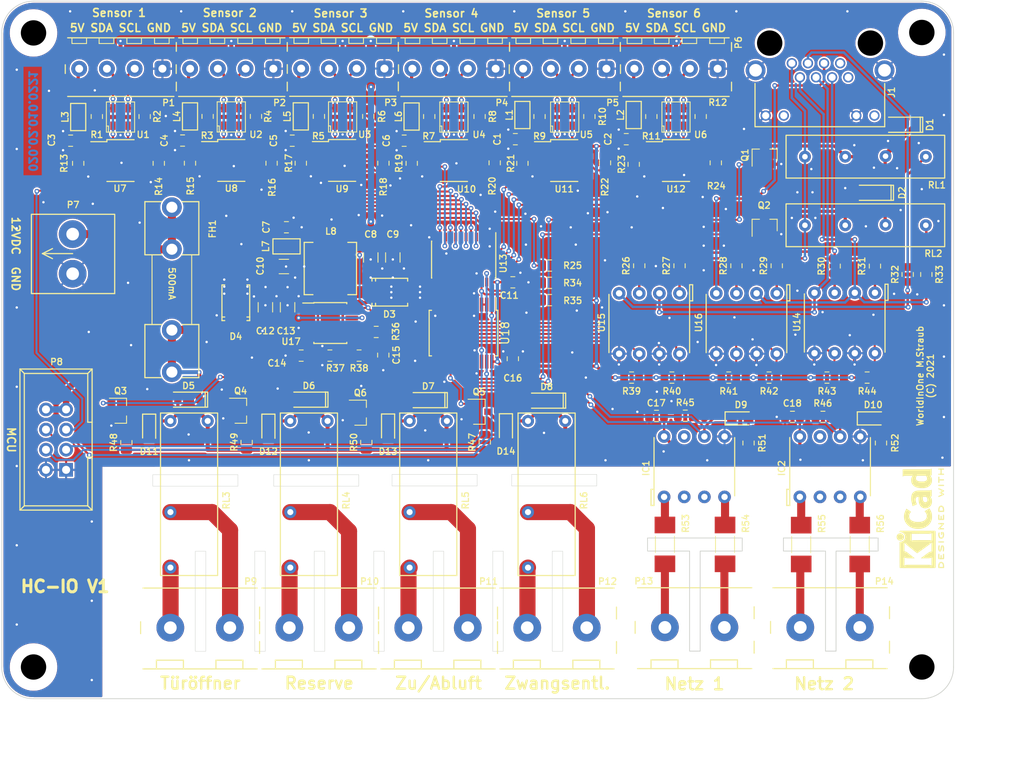
<source format=kicad_pcb>
(kicad_pcb (version 20210126) (generator pcbnew)
  (title_block (title "HomeControl Temperature/Humidity Sensor Interface") (date "2020-11-23") (rev "1.0") (company "WorldInOne M.Straub"))
  (layers (0 "F.Cu" signal) (31 "B.Cu" signal) (36 "B.SilkS" user "B.Silkscreen") (37 "F.SilkS" user "F.Silkscreen") (38 "B.Mask" user) (39 "F.Mask" user) (44 "Edge.Cuts" user))
  (net 0 "")
  (net 1 "Net-(D1-Pad2)")
  (net 2 "GND")
  (net 3 "Net-(C14-Pad1)")
  (net 4 "Net-(C15-Pad1)")
  (net 5 "Net-(D12-Pad1)")
  (net 6 "/5V ")
  (net 7 "Net-(IC2-Pad1)")
  (net 8 "Net-(L1-Pad2)")
  (net 9 "Net-(L2-Pad2)")
  (net 10 "Net-(L3-Pad2)")
  (net 11 "Net-(L4-Pad2)")
  (net 12 "/230V & general interface/230V1")
  (net 13 "Net-(L5-Pad2)")
  (net 14 "Net-(L6-Pad2)")
  (net 15 "Net-(R13-Pad2)")
  (net 16 "Net-(R17-Pad2)")
  (net 17 "/AM2315 sensors I2C interface/S0SDA")
  (net 18 "/AM2315 sensors I2C interface/S0SCL")
  (net 19 "/AM2315 sensors I2C interface/S1SDA")
  (net 20 "Net-(R18-Pad2)")
  (net 21 "/AM2315 sensors I2C interface/S1SCL")
  (net 22 "/AM2315 sensors I2C interface/S2SDA")
  (net 23 "Net-(R19-Pad2)")
  (net 24 "Net-(R20-Pad2)")
  (net 25 "Net-(IC1-Pad1)")
  (net 26 "/AM2315 sensors I2C interface/S2SCL")
  (net 27 "no_connect_(IC1-Pad2)")
  (net 28 "/SCL")
  (net 29 "/SDA")
  (net 30 "/AM2315 sensors I2C interface/S3SDA")
  (net 31 "/AM2315 sensors I2C interface/S3SCL")
  (net 32 "/AM2315 sensors I2C interface/S4SDA")
  (net 33 "Net-(P11-Pad1)")
  (net 34 "Net-(P11-Pad2)")
  (net 35 "Net-(P12-Pad1)")
  (net 36 "Net-(P12-Pad2)")
  (net 37 "no_connect_(IC1-Pad3)")
  (net 38 "no_connect_(IC2-Pad2)")
  (net 39 "/230V & general interface/230V2")
  (net 40 "Net-(IC2-Pad4)")
  (net 41 "no_connect_(IC2-Pad3)")
  (net 42 "Net-(R22-Pad2)")
  (net 43 "Net-(R23-Pad2)")
  (net 44 "/AM2315 sensors I2C interface/S4SCL")
  (net 45 "Net-(P13-Pad1)")
  (net 46 "Net-(P13-Pad2)")
  (net 47 "Net-(P14-Pad1)")
  (net 48 "/AM2315 sensors I2C interface/S5SDA")
  (net 49 "Net-(FH1-Pad1)")
  (net 50 "/AM2315 sensors I2C interface/S5SCL")
  (net 51 "Net-(R24-Pad2)")
  (net 52 "Net-(P14-Pad2)")
  (net 53 "no_connect_(U13-Pad17)")
  (net 54 "no_connect_(U13-Pad18)")
  (net 55 "no_connect_(U13-Pad19)")
  (net 56 "no_connect_(U13-Pad20)")
  (net 57 "Net-(D2-Pad2)")
  (net 58 "Net-(D13-Pad1)")
  (net 59 "Net-(D11-Pad1)")
  (net 60 "/12V")
  (net 61 "Net-(D14-Pad1)")
  (net 62 "Net-(D9-Pad2)")
  (net 63 "Net-(D12-Pad2)")
  (net 64 "Net-(R14-Pad2)")
  (net 65 "Net-(R15-Pad2)")
  (net 66 "Net-(R21-Pad2)")
  (net 67 "Net-(IC1-Pad4)")
  (net 68 "Net-(R16-Pad2)")
  (net 69 "/5VMCU")
  (net 70 "/NIORESET")
  (net 71 "Net-(D14-Pad2)")
  (net 72 "Net-(P9-Pad1)")
  (net 73 "/230V & general interface/AUX")
  (net 74 "/230V & general interface/DOOR")
  (net 75 "/230V & general interface/ZWANG")
  (net 76 "/230V & general interface/BTP6")
  (net 77 "/230V & general interface/ZUAB")
  (net 78 "/230V & general interface/ENTFON")
  (net 79 "Net-(R37-Pad2)")
  (net 80 "Net-(P9-Pad2)")
  (net 81 "Net-(P10-Pad1)")
  (net 82 "Net-(P10-Pad2)")
  (net 83 "Net-(D10-Pad2)")
  (net 84 "Net-(D11-Pad2)")
  (net 85 "Net-(R26-Pad1)")
  (net 86 "Net-(D13-Pad2)")
  (net 87 "Net-(R27-Pad1)")
  (net 88 "/NIOINT")
  (net 89 "/230V & general interface/BTP5")
  (net 90 "/230V & general interface/BTP4")
  (net 91 "/230V & general interface/BTP3")
  (net 92 "Net-(R28-Pad1)")
  (net 93 "/230V & general interface/BTP2")
  (net 94 "Net-(R30-Pad1)")
  (net 95 "no_connect_(U18-Pad4)")
  (net 96 "Net-(R29-Pad1)")
  (net 97 "Net-(R31-Pad1)")
  (net 98 "Net-(R32-Pad1)")
  (net 99 "Net-(R33-Pad1)")
  (net 100 "no_connect_(U18-Pad5)")
  (net 101 "no_connect_(J1-Pad8)")
  (net 102 "no_connect_(J1-Pad7)")
  (net 103 "/230V & general interface/BTP1")
  (net 104 "/230V & general interface/BTL6")
  (net 105 "/230V & general interface/BTL3")
  (net 106 "/230V & general interface/BTL4")
  (net 107 "/230V & general interface/BTL1")
  (net 108 "no_connect_(J1-PadGA)")
  (net 109 "no_connect_(J1-PadYA)")
  (net 110 "/230V & general interface/BTL7")
  (net 111 "/230V & general interface/ENTFRH")
  (net 112 "/230V & general interface/BTL5")
  (net 113 "Net-(D3-Pad1)")
  (net 114 "Net-(R36-Pad2)")
  (footprint "Resistor_SMD:R_0805_2012Metric" (layer "F.Cu") (at 200.8505 111.73968 90)
    (fp_text reference "R52")
    (fp_text value "4.7K")
  )
  (footprint "Resistor_SMD:R_0805_2012Metric" (layer "F.Cu") (at 204.216 90.4748 -90)
    (fp_text reference "R32")
    (fp_text value "10K")
  )
  (footprint "Resistor_SMD:R_0805_2012Metric" (layer "F.Cu") (at 182.626 89.378 90)
    (fp_text reference "R28")
    (fp_text value "150E")
  )
  (footprint "Diodes_SMD:SOD-323" (layer "F.Cu") (at 203.708 71.58736 180)
    (fp_text reference "D1")
    (fp_text value "1N4148WS")
  )
  (footprint "Housings_DIP:DIP-8_W7.62mm_Socketed" (layer "F.Cu") (at 173.504422 118.538283 90)
    (fp_text reference "IC1")
    (fp_text value "HCPL-3760")
  )
  (footprint "Housings_TO_SOT_SMD:SOT-23" (layer "F.Cu") (at 120.108696 107.66645)
    (fp_text reference "Q4")
    (fp_text value "BSS138")
  )
  (footprint "Terminal_Blocks:Terminal_Block_KF128_7.5mm-2pol" (layer "F.Cu") (at 115 135.04025 180)
    (fp_text reference "P9")
    (fp_text value "KF128-7.5-2")
  )
  (footprint "Inductors_SMD:INDC2012X110" (layer "F.Cu") (at 155.6385 70.358 90)
    (fp_text reference "L1")
    (fp_text value "FB")
  )
  (footprint "Inductors_SMD:INDC2012X110" (layer "F.Cu") (at 141.6685 70.5485 90)
    (fp_text reference "L6")
    (fp_text value "FB")
  )
  (footprint "Capacitor_SMD:C_0805_2012Metric_95" (layer "F.Cu") (at 168.7345 73.406 180)
    (fp_text reference "C2")
    (fp_text value "1µ")
  )
  (footprint "Capacitor_SMD:C_0805_2012Metric_95" (layer "F.Cu") (at 112.791 73.5815 180)
    (fp_text reference "C4")
    (fp_text value "1µ")
  )
  (footprint "Capacitor_SMD:C_0805_2012Metric_60" (layer "F.Cu") (at 189.687865 108.441002)
    (fp_text reference "C18")
    (fp_text value "100N")
  )
  (footprint "Capacitor_SMD:C_0805_2012Metric_95" (layer "F.Cu") (at 126.619 73.5965 180)
    (fp_text reference "C5")
    (fp_text value "1µ")
  )
  (footprint "Diodes_SMD:SMA_Standard" (layer "F.Cu") (at 119.507 94.0435 90)
    (fp_text reference "D4")
    (fp_text value "SS34")
  )
  (footprint "Terminal_Blocks:KF128-4-3.5" (layer "F.Cu") (at 132.9944 64.5 180)
    (fp_text reference "P3")
    (fp_text value "KF128-4-3.5")
  )
  (footprint "Capacitor_SMD:C_0805_2012Metric_60" (layer "F.Cu") (at 125.883858 84.5185)
    (fp_text reference "C7")
    (fp_text value "100N")
  )
  (footprint "Housings_DIP:DIP-8_W7.62mm_Socketed" (layer "F.Cu") (at 175.4505 92.85224 -90)
    (fp_text reference "U15")
    (fp_text value "LTV-827C")
  )
  (footprint "Housings_TO_SOT_SMD:SOT-23-6" (layer "F.Cu") (at 104.9655 70.612 90)
    (fp_text reference "U1")
    (fp_text value "USBLC6-2SC6")
  )
  (footprint "Resistor_SMD:R_0805_2012Metric" (layer "F.Cu") (at 159.0675 91.53144 180)
    (fp_text reference "R34")
    (fp_text value "2.2K")
  )
  (footprint "Resistor_SMD:R_0805_2012Metric" (layer "F.Cu") (at 186.7385 103.48468)
    (fp_text reference "R42")
    (fp_text value "1K")
  )
  (footprint "Capacitor_SMD:C_1206_3216Metric_95" (layer "F.Cu") (at 126.03099 94.615 90)
    (fp_text reference "C13")
    (fp_text value "22µ")
  )
  (footprint "Diodes_SMD:SOD-323" (layer "F.Cu") (at 158.691796 106.3962 180)
    (fp_text reference "D8")
    (fp_text value "1N4148WS")
  )
  (footprint "Resistor_SMD:R_0805_2012Metric" (layer "F.Cu") (at 101.981 70.5485 90)
    (fp_text reference "R1")
    (fp_text value "680E")
  )
  (footprint "Housings_TO_SOT_SMD:SOT-23" (layer "F.Cu") (at 150.182296 107.79345)
    (fp_text reference "Q5")
    (fp_text value "BSS138")
  )
  (footprint "Diodes_SMD:SOD-323" (layer "F.Cu") (at 113.547796 106.2692 180)
    (fp_text reference "D5")
    (fp_text value "1N4148WS")
  )
  (footprint "MountingHole:MountingHole_3.2mm_M3" (layer "F.Cu") (at 94 140)
    (fp_text reference "MH3" hide)
    (fp_text value "MHNP_M3")
  )
  (footprint "Resistor_SMD:R_0805_2012Metric" (layer "F.Cu") (at 122.047 70.5335 -90)
    (fp_text reference "R4")
    (fp_text value "680E")
  )
  (footprint "Resistor_SMD:R_0805_2012Metric" (layer "F.Cu") (at 108.0135 70.5485 -90)
    (fp_text reference "R2")
    (fp_text value "680E")
  )
  (footprint "Housings_SOIC:SOIC-8_3.9x4.9mm_Pitch1.27mm" (layer "F.Cu") (at 132.9055 76.185)
    (fp_text reference "U9")
    (fp_text value "P82B715")
  )
  (footprint "Inductors_SMD:INDC2012X110" (layer "F.Cu") (at 125.899858 86.9315 180)
    (fp_text reference "L7")
    (fp_text value "FB")
  )
  (footprint "Inductors_SMD:INDC2012X110" (layer "F.Cu") (at 113.7285 70.5335 90)
    (fp_text reference "L4")
    (fp_text value "FB")
  )
  (footprint "Resistor_SMD:R_0805_2012Metric" (layer "F.Cu") (at 150.241 70.5485 -90)
    (fp_text reference "R8")
    (fp_text value "680E")
  )
  (footprint "Housings_TO_SOT_SMD:SOT-23-6" (layer "F.Cu") (at 132.969 70.597 90)
    (fp_text reference "U3")
    (fp_text value "USBLC6-2SC6")
  )
  (footprint "Housings_TO_SOT_SMD:SOT-23-6" (layer "F.Cu") (at 175.006 70.612 90)
    (fp_text reference "U6")
    (fp_text value "USBLC6-2SC6")
  )
  (footprint "MountingHole:MountingHole_3.2mm_M3" (layer "F.Cu") (at 206 140)
    (fp_text reference "MH4" hide)
    (fp_text value "MHNP_M3")
  )
  (footprint "Resistor_SMD:R_0805_2012Metric" (layer "F.Cu") (at 113.7285 76.439 -90)
    (fp_text reference "R15")
    (fp_text value "2.2K")
  )
  (footprint "Housings_DIP:DIP-8_W7.62mm_Socketed" (layer "F.Cu") (at 200.0885 92.7862 -90)
    (fp_text reference "U14")
    (fp_text value "LTV-827C")
  )
  (footprint "Resistor_SMD:R_MELF_MMB-0207" (layer "F.Cu") (at 190.789032 124.55144 -90)
    (fp_text reference "R55")
    (fp_text value "82K")
  )
  (footprint "Resistor_SMD:R_0805_2012Metric" (layer "F.Cu") (at 171.8945 70.5485 90)
    (fp_text reference "R11")
    (fp_text value "680E")
  )
  (footprint "Housings_TO_SOT_SMD:SOT-23" (layer "F.Cu") (at 186.182 75.41768 90)
    (fp_text reference "Q1")
    (fp_text value "BSS138")
  )
  (footprint "Resistor_SMD:R_0805_2012Metric" (layer "F.Cu") (at 150.893496 111.63115 -90)
    (fp_text reference "R47")
    (fp_text value "3.3K")
  )
  (footprint "LEDs:LED_0805" (layer "F.Cu") (at 123.613896 110.00325 -90)
    (fp_text reference "D12")
    (fp_text value "LED0805-G")
  )
  (footprint "Housings_TO_SOT_SMD:SOT-23" (layer "F.Cu") (at 135.205071 107.91025)
    (fp_text reference "Q6")
    (fp_text value "BSS138")
  )
  (footprint "Resistor_SMD:R_0805_2012Metric" (layer "F.Cu") (at 195.0085 89.41816 90)
    (fp_text reference "R30")
    (fp_text value "150E")
  )
  (footprint "Housings_SOIC:SOIC-8_3.9x4.9mm_Pitch1.27mm" (layer "F.Cu") (at 147.0025 76.2)
    (fp_text reference "U10")
    (fp_text value "P82B715")
  )
  (footprint "Resistor_SMD:R_0805_2012Metric" (layer "F.Cu") (at 141.6835 76.454 -90)
    (fp_text reference "R19")
    (fp_text value "2.2K")
  )
  (footprint "Relays_THT:Relais_G5NB" (layer "F.Cu") (at 113.611296 118.2072 -90)
    (fp_text reference "RL3")
    (fp_text value "G5NB-5")
  )
  (footprint "Resistor_SMD:R_MELF_MMB-0207" (layer "F.Cu") (at 198.171835 124.55144 -90)
    (fp_text reference "R56")
    (fp_text value "82K")
  )
  (footprint "Resistor_SMD:R_0805_2012Metric" (layer "F.Cu") (at 169.672 76.581 -90)
    (fp_text reference "R23")
    (fp_text value "2.2K")
  )
  (footprint "Relays_THT:Relais_G5NB" (layer "F.Cu") (at 128.724296 118.2072 -90)
    (fp_text reference "RL4")
    (fp_text value "G5NB-5")
  )
  (footprint "Capacitor_SMD:C_1206_3216Metric_95" (layer "F.Cu") (at 123.23699 94.615 90)
    (fp_text reference "C12")
    (fp_text value "22µ")
  )
  (footprint "Relays_THT:Relais_G5NB" (layer "F.Cu") (at 143.769296 118.2072 -90)
    (fp_text reference "RL5")
    (fp_text value "G5NB-5")
  )
  (footprint "Resistor_SMD:R_0805_2012Metric" (layer "F.Cu") (at 137.20699 97.7265 180)
    (fp_text reference "R36")
    (fp_text value "27K")
  )
  (footprint "Terminal_Blocks:KF128-4-3.5" (layer "F.Cu") (at 175.006 64.516 180)
    (fp_text reference "P6")
    (fp_text value "KF128-4-3.5")
  )
  (footprint "Resistor_SMD:R_0805_2012Metric" (layer "F.Cu") (at 159.0675 93.71076 180)
    (fp_text reference "R35")
    (fp_text value "2.2K")
  )
  (footprint "Terminal_Blocks:Terminal_Block_KF128_7.5mm-2pol" (layer "F.Cu") (at 160 135.04025 180)
    (fp_text reference "P12")
    (fp_text value "KF128-7.5-2")
  )
  (footprint "Housings_SOIC:SOIC-8_3.9x4.9mm_Pitch1.27mm" (layer "F.Cu") (at 104.9655 76.2)
    (fp_text reference "U7")
    (fp_text value "P82B715")
  )
  (footprint "Resistor_SMD:R_0805_2012Metric" (layer "F.Cu") (at 166.0525 76.3905 -90)
    (fp_text reference "R22")
    (fp_text value "2.2K")
  )
  (footprint "Terminal_Blocks:KF128-4-3.5" (layer "F.Cu") (at 147.0152 64.516 180)
    (fp_text reference "P4")
    (fp_text value "KF128-4-3.5")
  )
  (footprint "Terminal_Blocks:KF128-4-3.5" (layer "F.Cu") (at 118.9912 64.516 180)
    (fp_text reference "P2")
    (fp_text value "KF128-4-3.5")
  )
  (footprint "Symbol:KiCad-Logo2_5mm_SilkScreen" (layer "F.Cu") (at 205.8035 121.24944 90)
    (fp_text reference "REF**" hide)
    (fp_text value "KiCad-Logo2_5mm_SilkScreen" hide)
  )
  (footprint "Housings_TO_SOT_SMD:SOT-23" (layer "F.Cu") (at 186.182 84.26704 90)
    (fp_text reference "Q2")
    (fp_text value "BSS138")
  )
  (footprint "Resistor_SMD:R_0805_2012Metric" (layer "F.Cu") (at 181.6585 103.48468)
    (fp_text reference "R41")
    (fp_text value "1K")
  )
  (footprint "Resistor_SMD:R_0805_2012Metric" (layer "F.Cu") (at 109.7915 76.454 -90)
    (fp_text reference "R14")
    (fp_text value "2.2K")
  )
  (footprint "Resistor_SMD:R_0805_2012Metric" (layer "F.Cu") (at 194.041 103.48468)
    (fp_text reference "R43")
    (fp_text value "1K")
  )
  (footprint "Terminal_Blocks:KF128-2-5.0" (layer "F.Cu") (at 98.933 87.884 90)
    (fp_text reference "P7")
    (fp_text value "KF128-2-5.0")
  )
  (footprint "Resistor_SMD:R_0805_2012Metric" (layer "F.Cu") (at 164.084 70.5485 -90)
    (fp_text reference "R10")
    (fp_text value "680E")
  )
  (footprint "Relays_THT:SIP-1A5" (layer "F.Cu") (at 198.882 75.6158)
    (fp_text reference "RL1")
    (fp_text value "SIP-1A5")
  )
  (footprint "Capacitor_SMD:C_0805_2012Metric_60" (layer "F.Cu") (at 154.432 101.10724 -90)
    (fp_text reference "C16")
    (fp_text value "100N")
  )
  (footprint "Resistor_SMD:R_0805_2012Metric" (layer "F.Cu") (at 105.704596 111.67965 -90)
    (fp_text reference "R48")
    (fp_text value "3.3K")
  )
  (footprint "Resistor_SMD:R_0805_2012Metric" (layer "F.Cu") (at 124.0155 76.439 -90)
    (fp_text reference "R16")
    (fp_text value "2.2K")
  )
  (footprint "Housings_SSOP:TSSOP-24_4.4x7.8mm_Pitch0.65mm" (layer "F.Cu") (at 148.209 88.59827 -90)
    (fp_text reference "U13")
    (fp_text value "PCA9548A")
  )
  (footprint "Capacitor_SMD:C_1206_3216Metric_95" (layer "F.Cu") (at 136.52049 88.3315 -90)
    (fp_text reference "C8")
    (fp_text value "22µ")
  )
  (footprint "Resistor_SMD:R_MELF_MMB-0207" (layer "F.Cu") (at 173.609 124.5333 -90)
    (fp_text reference "R53")
    (fp_text value "82K")
  )
  (footprint "Terminal_Blocks:Terminal_Block_KF128_7.5mm-2pol" (layer "F.Cu") (at 145 135.04025 180)
    (fp_text reference "P11")
    (fp_text value "KF128-7.5-2")
  )
  (footprint "Housings_DIP:DIP-8_W7.62mm_Socketed" (layer "F.Cu") (at 190.618835 118.538283 90)
    (fp_text reference "IC2")
    (fp_text value "HCPL-3760")
  )
  (footprint "Housings_TO_SOT_SMD:SOT-23-6" (layer "F.Cu") (at 118.9355 70.597 90)
    (fp_text reference "U2")
    (fp_text value "USBLC6-2SC6")
  )
  (footprint "Fuse_Holders_and_Fuses:Fuseholder5x20_horizontal_open_inline_1" (layer "F.Cu") (at 111.4425 92.3925 -90)
    (fp_text reference "FH1")
    (fp_text value "FC5X20")
  )
  (footprint "Terminal_Blocks:Terminal_Block_KF128_7.5mm-2pol" (layer "F.Cu") (at 130 135.04025 180)
    (fp_text reference "P10")
    (fp_text value "KF128-7.5-2")
  )
  (footprint "Capacitor_SMD:C_0805_2012Metric_60" (layer "F.Cu") (at 154.432 91.4654)
    (fp_text reference "C11")
    (fp_text value "100N")
  )
  (footprint "LEDs:LED_0805" (layer "F.Cu") (at 108.577096 110.00325 -90)
    (fp_text reference "D11")
    (fp_text value "LED0805-G")
  )
  (footprint "Resistor_SMD:R_0805_2012Metric" (layer "F.Cu") (at 175.4505 89.378 90)
    (fp_text reference "R27")
    (fp_text value "150E")
  )
  (footprint "Capacitor_SMD:C_0805_2012Metric_60" (layer "F.Cu") (at 138.09599 100.6475 -90)
    (fp_text reference "C15")
    (fp_text value "1.8N")
  )
  (footprint "Resistor_SMD:R_0805_2012Metric" (layer "F.Cu") (at 200.0885 89.41816 90)
    (fp_text reference "R31")
    (fp_text value "560E")
  )
  (footprint "Capacitor_SMD:C_0805_2012Metric_60" (layer "F.Cu") (at 127.74549 100.711 180)
    (fp_text reference "C14")
    (fp_text value "100N")
  )
  (footprint "Resistor_SMD:R_0805_2012Metric" (layer "F.Cu") (at 131.36499 100.711)
    (fp_text reference "R37")
    (fp_text value "9.53K")
  )
  (footprint "Housings_TO_SOT_SMD:SOT-23-6" (layer "F.Cu") (at 160.9725 70.612 90)
    (fp_text reference "U5")
    (fp_text value "USBLC6-2SC6")
  )
  (footprint "Relays_THT:Relais_G5NB" (layer "F.Cu") (at 158.691796 118.2072 -90)
    (fp_text reference "RL6")
    (fp_text value "G5NB-5")
  )
  (footprint "Connectors:RJ45_LEDs_Shield" (layer "F.Cu") (at 199.517 61.28512 180)
    (fp_text reference "J1")
    (fp_text value "RJ45_LEDs_Shield")
  )
  (footprint "LEDs:LED_0805" (layer "F.Cu") (at 183.10098 108.6358)
    (fp_text reference "D9")
    (fp_text value "LED0805-Y")
  )
  (footprint "LEDs:LED_0805" (layer "F.Cu") (at 153.560496 109.95245 -90)
    (fp_text reference "D14")
    (fp_text value "LED0805-G")
  )
  (footprint "Resistor_SMD:R_0805_2012Metric" (layer "F.Cu") (at 184.15 111.73968 90)
    (fp_text reference "R51")
    (fp_text value "4.7K")
  )
  (footprint "Resistor_SMD:R_0805_2012Metric" (layer "F.Cu") (at 129.9845 70.5335 90)
    (fp_text reference "R5")
    (fp_text value "680E")
  )
  (footprint "Housings_SOIC:SOIC-8_3.9x4.9mm_Pitch1.27mm" (layer "F.Cu") (at 118.9355 76.185)
    (fp_text reference "U8")
    (fp_text value "P82B715")
  )
  (footprint "Capacitor_SMD:C_0805_2012Metric_60" (layer "F.Cu") (at 172.547322 108.321622)
    (fp_text reference "C17")
    (fp_text value "100N")
  )
  (footprint "Resistor_SMD:R_0805_2012Metric" (layer "F.Cu") (at 127.6985 76.439 -90)
    (fp_text reference "R17")
    (fp_text value "2.2K")
  )
  (footprint "Housings_TO_SOT_SMD:SOT-23" (layer "F.Cu") (at 104.970296 107.66645)
    (fp_text reference "Q3")
    (fp_text value "BSS138")
  )
  (footprint "LEDs:LED_0805" (layer "F.Cu") (at 138.701496 109.98547 -90)
    (fp_text reference "D13")
    (fp_text value "LED0805-G")
  )
  (footprint "Terminal_Blocks:KF128-4-3.5" (layer "F.Cu") (at 160.9852 64.516 180)
    (fp_text reference "P5")
    (fp_text value "KF128-4-3.5")
  )
  (footprint "Resistor_SMD:R_0805_2012Metric" (layer "F.Cu") (at 115.951 70.5335 90)
    (fp_text reference "R3")
    (fp_text value "680E")
  )
  (footprint "Relays_THT:SIP-1A5" (layer "F.Cu") (at 198.882 84.26704)
    (fp_text reference "RL2")
    (fp_text value "SIP-1A5")
  )
  (footprint "Housings_DIP:DIP-8_W7.62mm_Socketed" (layer "F.Cu") (at 187.706 92.85224 -90)
    (fp_text reference "U16")
    (fp_text value "LTV-827C")
  )
  (footprint "Resistor_SMD:R_0805_2012Metric" (layer "F.Cu") (at 155.6385 76.454 -90)
    (fp_text reference "R21")
    (fp_text value "2.2K")
  )
  (footprint "Resistor_SMD:R_MELF_MMB-0207" (layer "F.Cu") (at 181.187922 124.5333 -90)
    (fp_text reference "R54")
    (fp_text value "82K")
  )
  (footprint "Inductors_SMD:INDC2012X110" (layer "F.Cu") (at 99.6315 70.612 90)
    (fp_text reference "L3")
    (fp_text value "FB")
  )
  (footprint "Resistor_SMD:R_0805_2012Metric" (layer "F.Cu") (at 206.5655 90.4748 -90)
    (fp_text reference "R33")
    (fp_text value "10K")
  )
  (footprint "Terminal_Blocks:KF128-4-3.5" (layer "F.Cu") (at 105.0036 64.516 180)
    (fp_text reference "P1")
    (fp_text value "KF128-4-3.5")
  )
  (footprint "Housings_SOIC:SOIC-8-1EP_3.9x4.9mm_Pitch1.27mm_PowerPAD" (layer "F.Cu") (at 131.42149 96.604)
    (fp_text reference "U17")
    (fp_text value "AOZ3015")
  )
  (footprint "Diodes_SMD:SOD-323" (layer "F.Cu") (at 143.769296 106.3327 180)
    (fp_text reference "D7")
    (fp_text value "1N4148WS")
  )
  (footprint "Resistor_SMD:R_0805_2012Metric" (layer "F.Cu") (at 138.1125 76.439 -90)
    (fp_text reference "R18")
    (fp_text value "2.2K")
  )
  (footprint "Diodes_SMD:SOD-323" (layer "F.Cu") (at 128.724296 106.2692 180)
    (fp_text reference "D6")
    (fp_text value "1N4148WS")
  )
  (footprint "LEDs:LED_0805" (layer "F.Cu") (at 199.771 108.6358)
    (fp_text reference "D10")
    (fp_text value "LED0805-Y")
  )
  (footprint "Inductors_SMD:INDC2012X110" (layer "F.Cu") (at 169.672 70.358 90)
    (fp_text reference "L2")
    (fp_text value "FB")
  )
  (footprint "Capacitor_SMD:C_1206_3216Metric_95" (layer "F.Cu") (at 139.30249 88.3315 -90)
    (fp_text reference "C9")
    (fp_text value "22µ")
  )
  (footprint "Resistor_SMD:R_0805_2012Metric" (layer "F.Cu") (at 187.706 89.378 90)
    (fp_text reference "R29")
    (fp_text value "150E")
  )
  (footprint "Housings_SOIC:SOIC-8_3.9x4.9mm_Pitch1.27mm" (layer "F.Cu") (at 160.909 76.2)
    (fp_text reference "U11")
    (fp_text value "P82B715")
  )
  (footprint "Resistor_SMD:R_0805_2012Metric" (layer "F.Cu") (at 143.891 70.5485 90)
    (fp_text reference "R7")
    (fp_text value "680E")
  )
  (footprint "Resistor_SMD:R_0805_2012Metric" (layer "F.Cu") (at 180.0225 76.3905 -90)
    (fp_text reference "R24")
    (fp_text value "2.2K")
  )
  (footprint "Resistor_SMD:R_0805_2012Metric" (layer "F.Cu") (at 136.2075 70.5335 -90)
    (fp_text reference "R6")
    (fp_text value "680E")
  )
  (footprint "Capacitor_SMD:C_0805_2012Metric_95" (layer "F.Cu") (at 140.731 73.5965 180)
    (fp_text reference "C6")
    (fp_text value "1µ")
  )
  (footprint "Diodes_SMD:SOD-323" (layer "F.Cu") (at 200.025 80.17256 180)
    (fp_text reference "D2")
    (fp_text value "1N4148WS")
  )
  (footprint "Capacitor_SMD:C_0805_2012Metric_95" (layer "F.Cu") (at 98.679 73.5965 180)
    (fp_text reference "C3")
    (fp_text value "1µ")
  )
  (footprint "Resistor_SMD:R_0805_2012Metric" (layer "F.Cu") (at 193.531365 108.441362)
    (fp_text reference "R46")
    (fp_text value "4.7K")
  )
  (footprint "Resistor_SMD:R_0805_2012Metric" (layer "F.Cu") (at 170.3705 89.378 90)
    (fp_text reference "R26")
    (fp_text value "150E")
  )
  (footprint "Capacitor_SMD:C_0805_2012Metric_95" (layer "F.Cu") (at 154.7495 73.406 180)
    (fp_text reference "C1")
    (fp_text value "1µ")
  )
  (footprint "Housings_TO_SOT_SMD:SOT-23-6" (layer "F.Cu") (at 147.0025 70.612 90)
    (fp_text reference "U4")
    (fp_text value "USBLC6-2SC6")
  )
  (footprint "Terminal_Blocks:Terminal_Block_KF128_7.5mm-2pol" (layer "F.Cu") (at 194.425335 135.00136 180)
    (fp_text reference "P14")
    (fp_text value "KF128-7.5-2")
  )
  (footprint "Capacitor_SMD:C_1206_3216Metric_95" (layer "F.Cu") (at 125.566358 89.4715)
    (fp_text reference "C10")
    (fp_text value "22µ")
  )
  (footprint "Resistor_SMD:R_0805_2012Metric" (layer "F.Cu") (at 159.0675 89.35212)
    (fp_text reference "R25")
    (fp_text value "2.2K")
  )
  (footprint "Resistor_SMD:R_0805_2012Metric" (layer "F.Cu") (at 178.1175 70.5485 -90)
    (fp_text reference "R12")
    (fp_text value "680E")
  )
  (footprint "MountingHole:MountingHole_3.2mm_M3" (layer "F.Cu") (at 206 59.946)
    (fp_text reference "MH2" hide)
    (fp_text value "MHNP_M3")
  )
  (footprint "Inductors_SMD:Inductor_0630" (layer "F.Cu") (at 131.42849 89.7255 90)
    (fp_text reference "L8")
    (fp_text value "10µ")
  )
  (footprint "Terminal_Blocks:Terminal_Block_KF128_7.5mm-2pol" (layer "F.Cu") (at 177.355634 135.001421 180)
    (fp_text reference "P13")
    (fp_text value "KF128-7.5-2")
  )
  (footprint "Resistor_SMD:R_0805_2012Metric" (layer "F.Cu") (at 176.174922 108.296222)
    (fp_text reference "R45")
    (fp_text value "4.7K")
  )
  (footprint "Resistor_SMD:R_0805_2012Metric" (layer "F.Cu") (at 152.146 76.3905 -90)
    (fp_text reference "R20")
    (fp_text value "2.2K")
  )
  (footprint "Resistor_SMD:R_0805_2012Metric" (layer "F.Cu") (at 199.106 103.48468)
    (fp_text reference "R44")
    (fp_text value "1K")
  )
  (footprint "Resistor_SMD:R_0805_2012Metric" (layer "F.Cu") (at 135.04799 100.711)
    (fp_text reference "R38")
    (fp_text value "49.9K")
  )
  (footprint "Inductors_SMD:INDC2012X110" (layer "F.Cu") (at 127.6985 70.5335 90)
    (fp_text reference "L5")
    (fp_text value "FB")
  )
  (footprint "Resistor_SMD:R_0805_2012Metric" (layer "F.Cu") (at 120.870696 111.65655 -90)
    (fp_text reference "R49")
    (fp_text value "3.3K")
  )
  (footprint "Resistor_SMD:R_0805_2012Metric" (layer "F.Cu") (at 157.7975 70.5485 90)
    (fp_text reference "R9")
    (fp_text value "680E")
  )
  (footprint "Connectors:IDC_Header_Straight_8pins" (layer "F.Cu") (at 96.8375 111.3155 90)
    (fp_text reference "P8")
    (fp_text value "IDCMV-4-2")
  )
  (footprint "Resistor_SMD:R_0805_2012Metric" (layer "F.Cu") (at 174.483 103.48468)
    (fp_text reference "R40")
    (fp_text value "1K")
  )
  (footprint "Resistor_SMD:R_0805_2012Metric" (layer "F.Cu") (at 169.403 103.48468)
    (fp_text reference "R39")
    (fp_text value "1K")
  )
  (footprint "Resistor_SMD:R_0805_2012Metric" (layer "F.Cu") (at 99.6315 76.454 -90)
    (fp_text reference "R13")
    (fp_text value "2.2K")
  )
  (footprint "Diodes_SMD:SMA_Standard" (layer "F.Cu") (at 138.92149 92.71)
    (fp_text reference "D3")
    (fp_text value "SS34")
  )
  (footprint "Housings_SOIC:SOIC-8_3.9x4.9mm_Pitch1.27mm" (layer "F.Cu") (at 175.006 76.2)
    (fp_text reference "U12")
    (fp_text value "P82B715")
  )
  (footprint "Resistor_SMD:R_0805_2012Metric" (layer "F.Cu") (at 135.958296 111.65655 -90)
    (fp_text reference "R50")
    (fp_text value "3.3K")
  )
  (footprint "Housings_SSOP:SSOP-24_5.3x8.2mm_Pitch0.65mm" (layer "F.Cu") (at 148.209 97.87128 -90)
    (fp_text reference "U18")
    (fp_text value "PCF8575")
  )
  (footprint "MountingHole:MountingHole_3.2mm_M3" (layer "F.Cu") (at 94 60)
    (fp_text reference "MH1" hide)
    (fp_text value "MHNP_M3")
  )
  (gr_arc (start 93.999998 60) (end 94 56) (angle -90) (layer "Edge.Cuts") (width 0.1))
  (gr_arc (start 94 140) (end 90 139.999998) (angle -90) (layer "Edge.Cuts") (width 0.1))
  (gr_rect (start 153.228796 138.01713) (end 151.895296 125.38825) (layer "Edge.Cuts") (width 0.05) (fill none))
  (gr_rect (start 135.010296 115.7307) (end 124.278796 117.1912) (layer "Edge.Cuts") (width 0.05) (fill none))
  (gr_poly (pts (xy 188.551585 125.37011) (xy 193.853835 125.37011) (xy 193.853835 137.99899) (xy 195.187335 137.99899) (xy 195.187335 125.37011) (xy 200.489585 125.37011) (xy 200.489585 123.71911) (xy 188.551585 123.71911) (xy 188.551585 125.37011)) (layer "Edge.Cuts") (width 0.1) (fill none))
  (gr_rect (start 138.228796 138.01713) (end 136.895296 125.38825) (layer "Edge.Cuts") (width 0.05) (fill none))
  (gr_line (start 94 56) (end 206 56) (layer "Edge.Cuts") (width 0.1))
  (gr_rect (start 145.728796 138.01713) (end 144.395296 125.38825) (layer "Edge.Cuts") (width 0.05) (fill none))
  (gr_arc (start 206 139.999998) (end 205.999998 143.999998) (angle -90) (layer "Edge.Cuts") (width 0.1))
  (gr_rect (start 119.770796 115.7307) (end 109.039296 117.1912) (layer "Edge.Cuts") (width 0.05) (fill none))
  (gr_rect (start 115.728796 138.01713) (end 114.395296 125.38825) (layer "Edge.Cuts") (width 0.05) (fill none))
  (gr_rect (start 165.014046 115.70208) (end 154.282546 117.16258) (layer "Edge.Cuts") (width 0.05) (fill none))
  (gr_line (start 210 60) (end 210 140) (layer "Edge.Cuts") (width 0.1))
  (gr_line (start 205.999998 143.999998) (end 93.999998 144) (layer "Edge.Cuts") (width 0.1))
  (gr_poly (pts (xy 171.41825 125.37011) (xy 176.7205 125.37011) (xy 176.7205 137.99899) (xy 178.054 137.99899) (xy 178.054 125.37011) (xy 183.35625 125.37011) (xy 183.35625 123.71911) (xy 171.41825 123.71911) (xy 171.41825 125.37011)) (layer "Edge.Cuts") (width 0.1) (fill none))
  (gr_rect (start 149.932796 115.70208) (end 139.201296 117.16258) (layer "Edge.Cuts") (width 0.05) (fill none))
  (gr_rect (start 123.228796 138.01713) (end 121.895296 125.38825) (layer "Edge.Cuts") (width 0.05) (fill none))
  (gr_arc (start 206 59.999998) (end 210 60) (angle -90) (layer "Edge.Cuts") (width 0.1))
  (gr_line (start 90 140) (end 90 60) (layer "Edge.Cuts") (width 0.1))
  (gr_rect (start 160.728796 138.01713) (end 159.395296 125.38825) (layer "Edge.Cuts") (width 0.05) (fill none))
  (gr_rect (start 130.728796 138.01713) (end 129.395296 125.38825) (layer "Edge.Cuts") (width 0.05) (fill none))
  (gr_text "020.02.010.0221" (at 93.90975 71.11462 270) (layer "B.Cu") (effects (font (size 0.9906 0.9906) (thickness 0.24765)) (justify mirror)))
  (gr_text "Zu/Abluft" (at 145.061296 142.04375) (layer "F.SilkS") (effects (font (size 1.5 1.5) (thickness 0.3))))
  (gr_text "Netz 2" (at 193.695335 142.113) (layer "F.SilkS") (effects (font (size 1.5 1.5) (thickness 0.3))))
  (gr_text "5V SDA SCL GND" (at 104.9655 59.36975) (layer "F.SilkS") (effects (font (size 1 1) (thickness 0.2))))
  (gr_text "Türöffner" (at 115.030296 142.04375) (layer "F.SilkS") (effects (font (size 1.5 1.5) (thickness 0.3))))
  (gr_text "Sensor 1" (at 104.775 57.46475) (layer "F.SilkS") (effects (font (size 1 1) (thickness 0.2))))
  (gr_text "500mA" (at 111.4425 91.6305 270) (layer "F.SilkS") (effects (font (size 0.8128 0.8128) (thickness 0.1524))))
  (gr_text "5V SDA SCL GND" (at 132.969 59.36975) (layer "F.SilkS") (effects (font (size 1 1) (thickness 0.2))))
  (gr_text "Sensor 3" (at 132.715 57.52825) (layer "F.SilkS") (effects (font (size 1 1) (thickness 0.2))))
  (gr_text "HC-IO V1" (at 97.9805 129.83464) (layer "F.SilkS") (effects (font (size 1.5 1.5) (thickness 0.375))))
  (gr_text "Reserve" (at 130.016296 142.04375) (layer "F.SilkS") (effects (font (size 1.5 1.5) (thickness 0.3))))
  (gr_text "Sensor 6" (at 174.752 57.52825) (layer "F.SilkS") (effects (font (size 1 1) (thickness 0.2))))
  (gr_text "Netz 1" (at 177.338731 142.131561) (layer "F.SilkS") (effects (font (size 1.5 1.5) (thickness 0.3))))
  (gr_text "MCU" (at 91.186 111.34344 270) (layer "F.SilkS") (effects (font (size 1 1) (thickness 0.2))))
  (gr_text "5V SDA SCL GND" (at 160.909 59.36975) (layer "F.SilkS") (effects (font (size 1 1) (thickness 0.2))))
  (gr_text "Sensor 4" (at 146.685 57.52825) (layer "F.SilkS") (effects (font (size 1 1) (thickness 0.2))))
  (gr_text "Sensor 2" (at 118.745 57.46475) (layer "F.SilkS") (effects (font (size 1 1) (thickness 0.2))))
  (gr_text "5V SDA SCL GND" (at 174.9425 59.36975) (layer "F.SilkS") (effects (font (size 1 1) (thickness 0.2))))
  (gr_text "Zwangsentl." (at 160.047296 142.04375) (layer "F.SilkS") (effects (font (size 1.5 1.5) (thickness 0.3))))
  (gr_text "5V SDA SCL GND" (at 147.0025 59.36975) (layer "F.SilkS") (effects (font (size 1 1) (thickness 0.2))))
  (gr_text "WorldInOne M.Straub\n(C) 2021" (at 206.4385 103.28656 90) (layer "F.SilkS") (effects (font (size 0.8128 0.8128) (thickness 0.1524))))
  (gr_text "12VDC  GND" (at 91.7575 87.884 270) (layer "F.SilkS") (effects (font (size 1 1) (thickness 0.2))))
  (gr_text "5V SDA SCL GND" (at 118.999 59.36975) (layer "F.SilkS") (effects (font (size 1 1) (thickness 0.2))))
  (gr_text "Sensor 5" (at 160.782 57.52825) (layer "F.SilkS") (effects (font (size 1 1) (thickness 0.2))))
  (segment (start 194.99388 74.26768) (end 196.342 75.6158) (width 0.4064) (layer "F.Cu") (net 1))
  (segment (start 198.32956 75.6158) (end 202.358 71.58736) (width 0.4064) (layer "F.Cu") (net 1))
  (segment (start 196.342 75.6158) (end 198.32956 75.6158) (width 0.4064) (layer "F.Cu") (net 1))
  (segment (start 186.182 74.26768) (end 194.99388 74.26768) (width 0.4064) (layer "F.Cu") (net 1))
  (segment (start 130.41249 99.5045) (end 130.41249 100.696) (width 0.4064) (layer "F.Cu") (net 2))
  (segment (start 97.7415 73.5965) (end 97.7415 72.405) (width 0.4064) (layer "F.Cu") (net 2))
  (segment (start 155.68906 100.16974) (end 155.702 100.18268) (width 0.4064) (layer "F.Cu") (net 2))
  (segment (start 153.812 73.406) (end 153.812 74.564) (width 0.4064) (layer "F.Cu") (net 2))
  (segment (start 167.797 72.2145) (end 167.782 72.1995) (width 0.4064) (layer "F.Cu") (net 2))
  (segment (start 118.65102 92.9005) (end 120.42902 91.1225) (width 0.4064) (layer "F.Cu") (net 2))
  (segment (start 154.432 100.16974) (end 155.68906 100.16974) (width 0.4064) (layer "F.Cu") (net 2))
  (segment (start 172.306 78.105) (end 171.0055 78.105) (width 0.4064) (layer "F.Cu") (net 2))
  (segment (start 126.03099 92.075) (end 126.03099 93.215) (width 0.4064) (layer "F.Cu") (net 2))
  (segment (start 158.209 78.105) (end 156.9085 78.105) (width 0.4064) (layer "F.Cu") (net 2))
  (segment (start 172.847 99.12604) (end 172.847 100.48866) (width 0.3048) (layer "F.Cu") (net 2))
  (segment (start 118.58498 91.1225) (end 118.0465 91.1225) (width 0.4064) (layer "F.Cu") (net 2))
  (segment (start 140.92047 92.71) (end 141.61897 93.4085) (width 0.4064) (layer "F.Cu") (net 2))
  (segment (start 120.42902 91.1225) (end 120.9675 91.1225) (width 0.4064) (layer "F.Cu") (net 2))
  (segment (start 139.30249 89.7315) (end 140.69349 89.7315) (width 0.4064) (layer "F.Cu") (net 2))
  (segment (start 132.969 72.8195) (end 132.969 71.697) (width 0.4064) (layer "F.Cu") (net 2))
  (segment (start 160.9725 71.712) (end 160.9725 72.771) (width 0.4064) (layer "F.Cu") (net 2))
  (segment (start 144.3025 78.105) (end 143.002 78.105) (width 0.4064) (layer "F.Cu") (net 2))
  (segment (start 140.69349 89.7315) (end 140.69949 89.7255) (width 0.4064) (layer "F.Cu") (net 2))
  (segment (start 156.4005 91.4654) (end 155.3695 91.4654) (width 0.4064) (layer "F.Cu") (net 2))
  (segment (start 128.72149 97.239) (end 127.44849 97.239) (width 0.4064) (layer "F.Cu") (net 2))
  (segment (start 139.7935 72.405) (end 139.7785 72.39) (width 0.4064) (layer "F.Cu") (net 2))
  (segment (start 130.269 78.09) (end 128.9685 78.09) (width 0.4064) (layer "F.Cu") (net 2))
  (segment (start 124.63399 93.218) (end 123.23999 93.218) (width 0.4064) (layer "F.Cu") (net 2))
  (segment (start 187.132 85.41704) (end 188.25018 85.41704) (width 0.4064) (layer "F.Cu") (net 2))
  (segment (start 126.79299 83.312) (end 126.79299 84.490132) (width 0.4064) (layer "F.Cu") (net 2))
  (segment (start 140.92047 92.71) (end 140.22197 92.0115) (width 0.4064) (layer "F.Cu") (net 2))
  (segment (start 119.507 92.04452) (end 118.58498 91.1225) (width 0.4064) (layer "F.Cu") (net 2))
  (segment (start 125.8085 72.39) (end 125.7935 72.375) (width 0.4064) (layer "F.Cu") (net 2))
  (segment (start 126.966358 89.4715) (end 128.12649 89.4715) (width 0.4064) (layer "F.Cu") (net 2))
  (segment (start 126.966358 89.4715) (end 125.84049 89.4715) (width 0.4064) (layer "F.Cu") (net 2))
  (segment (start 142.73149 92.71) (end 140.92047 92.71) (width 0.4064) (layer "F.Cu") (net 2))
  (segment (start 153.812 73.406) (end 153.812 72.248) (width 0.4064) (layer "F.Cu") (net 2))
  (segment (start 120.9675 92.0115) (end 119.54002 92.0115) (width 0.4064) (layer "F.Cu") (net 2))
  (segment (start 126.03099 94.361) (end 126.03099 93.215) (width 0.4064) (layer "F.Cu") (net 2))
  (segment (start 151.1785 85.78081) (end 151.1785 86.59481) (width 0.254) (layer "F.Cu") (net 2))
  (segment (start 167.797 73.406) (end 167.797 72.2145) (width 0.4064) (layer "F.Cu") (net 2))
  (segment (start 151.1785 85.78081) (end 151.1785 85.04531) (width 0.254) (layer "F.Cu") (net 2))
  (segment (start 97.7415 74.788) (end 97.7265 74.803) (width 0.4064) (layer "F.Cu") (net 2))
  (segment (start 167.797 73.406) (end 167.797 74.5975) (width 0.4064) (layer "F.Cu") (net 2))
  (segment (start 140.22197 93.4085) (end 139.11199 93.4085) (width 0.4064) (layer "F.Cu") (net 2))
  (segment (start 117.939496 108.61645) (end 117.924296 108.63165) (width 0.4064) (layer "F.Cu") (net 2))
  (segment (start 136.52049 90.8565) (end 136.50849 90.8685) (width 0.4064) (layer "F.Cu") (net 2))
  (segment (start 127.80899 84.5185) (end 126.821358 84.5185) (width 0.4064) (layer "F.Cu") (net 2))
  (segment (start 185.136 101.90226) (end 185.136 100.52216) (width 0.4064) (layer "F.Cu") (net 2))
  (segment (start 97.7415 73.5965) (end 97.7415 74.788) (width 0.4064) (layer "F.Cu") (net 2))
  (segment (start 139.11199 92.71) (end 140.92047 92.71) (width 0.4064) (layer "F.Cu") (net 2))
  (segment (start 144.634 94.62504) (end 144.634 95.67296) (width 0.3048) (layer "F.Cu") (net 2))
  (segment (start 121.83999 93.218) (end 123.23399 93.218) (width 0.4064) (layer "F.Cu") (net 2))
  (segment (start 175.006 71.712) (end 175.006 72.771) (width 0.4064) (layer "F.Cu") (net 2))
  (segment (start 167.8005 101.83368) (end 167.8005 100.52216) (width 0.4064) (layer "F.Cu") (net 2))
  (segment (start 171.09567 107.80747) (end 170.127547 107.80747) (width 0.3048) (layer "F.Cu") (net 2))
  (segment (start 123.23699 94.361) (end 123.23699 93.215) (width 0.4064) (layer "F.Cu") (net 2))
  (segment (start 136.52049 89.7315) (end 136.52049 90.8565) (width 0.4064) (layer "F.Cu") (net 2))
  (segment (start 147.0025 71.712) (end 147.0025 72.8345) (width 0.4064) (layer "F.Cu") (net 2))
  (segment (start 104.9655 72.898) (end 104.9655 71.712) (width 0.508) (layer "F.Cu") (net 2))
  (segment (start 151.8285 85.78081) (end 151.8285 86.61781) (width 0.254) (layer "F.Cu") (net 2))
  (segment (start 123.23699 92.075) (end 123.23699 93.215) (width 0.4064) (layer "F.Cu") (net 2))
  (segment (start 151.1785 85.04531) (end 151.515 84.70881) (width 0.254) (layer "F.Cu") (net 2))
  (segment (start 139.30249 89.7315) (end 139.30249 88.5825) (width 0.4064) (layer "F.Cu") (net 2))
  (segment (start 126.03099 93.215) (end 127.42499 93.215) (width 0.4064) (layer "F.Cu") (net 2))
  (segment (start 153.812 74.564) (end 153.8605 74.6125) (width 0.4064) (layer "F.Cu") (net 2))
  (segment (start 149.834 101.47128) (end 149.834 100.2786) (width 0.3048) (layer "F.Cu") (net 2))
  (segment (start 171.609822 108.321622) (end 171.09567 107.80747) (width 0.3048) (layer "F.Cu") (net 2))
  (segment (start 97.7415 72.405) (end 97.7265 72.39) (width 0.4064) (layer "F.Cu") (net 2))
  (segment (start 127.44849 97.239) (end 127.42799 97.2185) (width 0.4064) (layer "F.Cu") (net 2))
  (segment (start 167.797 74.5975) (end 167.782 74.6125) (width 0.4064) (layer "F.Cu") (net 2))
  (segment (start 126.966358 90.851368) (end 126.98349 90.8685) (width 0.4064) (layer "F.Cu") (net 2))
  (segment (start 139.7935 73.5965) (end 139.7935 72.405) (width 0.4064) (layer "F.Cu") (net 2))
  (segment (start 137.96299 89.7315) (end 137.96899 89.7255) (width 0.4064) (layer "F.Cu") (net 2))
  (segment (start 149.834 91.44827) (end 149.834 90.36872) (width 0.3048) (layer "F.Cu") (net 2))
  (segment (start 124.63399 93.218) (end 126.02799 93.218) (width 0.4064) (layer "F.Cu") (net 2))
  (segment (start 149.834 90.36872) (end 149.86 90.34272) (width 0.3048) (layer "F.Cu") (net 2))
  (segment (start 120.36298 92.9005) (end 120.9675 92.9005) (width 0.4064) (layer "F.Cu") (net 2))
  (segment (start 118.958696 108.61645) (end 117.939496 108.61645) (width 0.4064) (layer "F.Cu") (net 2))
  (segment (start 127.42499 93.215) (end 127.42799 93.218) (width 0.4064) (layer "F.Cu") (net 2))
  (segment (start 125.77699 100.711) (end 126.80799 100.711) (width 0.4064) (layer "F.Cu") (net 2))
  (segment (start 141.61897 92.0115) (end 142.73149 92.0115) (width 0.4064) (layer "F.Cu") (net 2))
  (segment (start 125.8085 74.773) (end 125.7935 74.788) (width 0.4064) (layer "F.Cu") (net 2))
  (segment (start 151.8285 85.78081) (end 151.8285 85.02231) (width 0.254) (layer "F.Cu") (net 2))
  (segment (start 136.52049 88.5945) (end 136.50849 88.5825) (width 0.4064) (layer "F.Cu") (net 2))
  (segment (start 139.30249 89.7315) (end 139.30249 90.8685) (width 0.4064) (layer "F.Cu") (net 2))
  (segment (start 151.1785 86.59481) (end 151.515 86.93131) (width 0.254) (layer "F.Cu") (net 2))
  (segment (start 140.22197 92.0115) (end 139.11199 92.0115) (width 0.4064) (layer "F.Cu") (net 2))
  (segment (start 139.30249 89.7315) (end 137.97499 89.7315) (width 0.4064) (layer "F.Cu") (net 2))
  (segment (start 144.634 95.67296) (end 144.653 95.69196) (width 0.3048) (layer "F.Cu") (net 2))
  (segment (start 132.991821 108.86025) (end 132.989071 108.863) (width 0.4064) (layer "F.Cu") (net 2))
  (segment (start 141.61897 93.4085) (end 142.73149 93.4085) (width 0.4064) (layer "F.Cu") (net 2))
  (segment (start 118.9355 72.883) (end 118.9355 71.697) (width 0.4064) (layer "F.Cu") (net 2))
  (segment (start 151.8285 85.02231) (end 151.515 84.70881) (width 0.254) (layer "F.Cu") (net 2))
  (segment (start 172.8805 101.83368) (end 172.8805 100.52216) (width 0.4064) (layer "F.Cu") (net 2))
  (segment (start 102.2655 78.105) (end 100.92182 78.105) (width 0.4064) (layer "F.Cu") (net 2))
  (segment (start 134.055071 108.86025) (end 132.991821 108.86025) (width 0.4064) (layer "F.Cu") (net 2))
  (segment (start 118.65102 92.9005) (end 118.0465 92.9005) (width 0.4064) (layer "F.Cu") (net 2))
  (segment (start 136.52049 89.7315) (end 136.52049 88.5945) (width 0.4064) (layer "F.Cu") (net 2))
  (segment (start 139.7935 73.5965) (end 139.7935 74.788) (width 0.4064) (layer "F.Cu") (net 2))
  (segment (start 103.823046 108.6192) (end 103.823046 109.53285) (width 0.4064) (layer "F.Cu") (net 2))
  (segment (start 119.507 92.04452) (end 120.36298 92.9005) (width 0.4064) (layer "F.Cu") (net 2))
  (segment (start 125.8085 73.5815) (end 125.8085 74.773) (width 0.4064) (layer "F.Cu") (net 2))
  (segment (start 103.823046 109.53285) (end 103.809596 109.5463) (width 0.4064) (layer "F.Cu") (net 2))
  (segment (start 192.4385 101.83368) (end 192.4385 100.45612) (width 0.4064) (layer "F.Cu") (net 2))
  (segment (start 130.41249 101.9175) (end 130.41249 100.726) (width 0.4064) (layer "F.Cu") (net 2))
  (segment (start 154.41906 100.18268) (end 153.2255 100.18268) (width 0.4064) (layer "F.Cu") (net 2))
  (segment (start 138.09599 102.5525) (end 138.09599 101.585) (width 0.4064) (layer "F.Cu") (net 2))
  (segment (start 136.52049 89.7315) (end 137.96299 89.7315) (width 0.4064) (layer "F.Cu") (net 2))
  (segment (start 187.704365 108.441002) (end 188.750365 108.441002) (width 0.4064) (layer "F.Cu") (net 2))
  (segment (start 100.92182 78.105) (end 100.9015 78.12532) (width 0.4064) (layer "F.Cu") (net 2))
  (segment (start 180.056 101.89972) (end 180.056 100.52216) (width 0.4064) (layer "F.Cu") (net 2))
  (segment (start 125.8085 73.5815) (end 125.8085 72.39) (width 0.4064) (layer "F.Cu") (net 2))
  (segment (start 155.3845 90.2589) (end 155.3845 91.4504) (width 0.4064) (layer "F.Cu") (net 2))
  (segment (start 116.2355 78.09) (end 114.935 78.09) (width 0.4064) (layer "F.Cu") (net 2))
  (segment (start 139.7935 74.788) (end 139.7785 74.803) (width 0.4064) (layer "F.Cu") (net 2))
  (segment (start 188.25018 85.41704) (end 188.2775 85.38972) (width 0.4064) (layer "F.Cu") (net 2))
  (segment (start 153.812 72.248) (end 153.8605 72.1995) (width 0.4064) (layer "F.Cu") (net 2))
  (segment (start 151.8285 86.61781) (end 151.515 86.93131) (width 0.254) (layer "F.Cu") (net 2))
  (segment (start 187.132 76.56768) (end 188.25018 76.56768) (width 0.4064) (layer "F.Cu") (net 2))
  (segment (start 126.966358 89.4715) (end 126.966358 90.851368) (width 0.4064) (layer "F.Cu") (net 2))
  (segment (start 149.032296 108.74345) (end 147.963546 108.74345) (width 0.4064) (layer "F.Cu") (net 2))
  (segment (start 137.97499 89.7315) (end 137.96899 89.7255) (width 0.4064) (layer "F.Cu") (net 2))
  (segment (start 188.25018 76.56768) (end 188.2775 76.54036) (width 0.4064) (layer "F.Cu") (net 2))
  (segment (start 197.5185 101.83368) (end 197.5185 100.45612) (width 0.4064) (layer "F.Cu") (net 2))
  (segment (start 149.834 100.2786) (end 149.606 100.0506) (width 0.3048) (layer "F.Cu") (net 2))
  (via (at 208.788 108.458) (size 0.6) (drill 0.3) (layers "F.Cu" "B.Cu") (net 2))
  (via (at 126.03099 92.075) (size 0.6) (drill 0.3) (layers "F.Cu" "B.Cu") (net 2))
  (via (at 199.898 95.55988) (size 0.6) (drill 0.3) (layers "F.Cu" "B.Cu") (net 2))
  (via (at 95.25 81.36128) (size 0.6) (drill 0.3) (layers "F.Cu" "B.Cu") (net 2))
  (via (at 138.09599 102.5525) (size 0.6) (drill 0.3) (layers "F.Cu" "B.Cu") (net 2))
  (via (at 185.136 101.89972) (size 0.6) (drill 0.3) (layers "F.Cu" "B.Cu") (net 2))
  (via (at 101.346 121.64568) (size 0.6) (drill 0.3) (layers "F.Cu" "B.Cu") (net 2))
  (via (at 178.4985 84.46516) (size 0.6) (drill 0.3) (layers "F.Cu" "B.Cu") (net 2))
  (via (at 153.8605 74.6125) (size 0.6) (drill 0.3) (layers "F.Cu" "B.Cu") (net 2))
  (via (at 149.5425 95.69196) (size 0.6) (drill 0.3) (layers "F.Cu" "B.Cu") (net 2))
  (via (at 169.418 84.5312) (size 0.6) (drill 0.3) (layers "F.Cu" "B.Cu") (net 2))
  (via (at 158.361096 110.46045) (size 0.6) (drill 0.3) (layers "F.Cu" "B.Cu") (net 2))
  (via (at 205.994 79.71028) (size 0.6) (drill 0.3) (layers "F.Cu" "B.Cu") (net 2))
  (via (at 95.9485 67.31) (size 0.6) (drill 0.3) (layers "F.Cu" "B.Cu") (net 2))
  (via (at 126.03099 94.361) (size 0.6) (drill 0.3) (layers "F.Cu" "B.Cu") (net 2))
  (via (at 104.9655 72.898) (size 0.6) (drill 0.3) (layers "F.Cu" "B.Cu") (net 2))
  (via (at 98.6155 57.277) (size 0.6) (drill 0.3) (layers "F.Cu" "B.Cu") (net 2))
  (via (at 155.702 100.18268) (size 0.6) (drill 0.3) (layers "F.Cu" "B.Cu") (net 2))
  (via (at 181.0385 86.8426) (size 0.6) (drill 0.3) (layers "F.Cu" "B.Cu") (net 2))
  (via (at 156.083 86.71052) (size 0.6) (drill 0.3) (layers "F.Cu" "B.Cu") (net 2))
  (via (at 91.8845 74.643) (size 0.6) (drill 0.3) (layers "F.Cu" "B.Cu") (net 2))
  (via (at 188.2775 76.54036) (size 0.6) (drill 0.3) (layers "F.Cu" "B.Cu") (net 2))
  (via (at 124.63399 93.218) (size 0.6) (drill 0.3) (layers "F.Cu" "B.Cu") (net 2))
  (via (at 122.8725 97.5995) (size 0.6) (drill 0.3) (layers "F.Cu" "B.Cu") (net 2))
  (via (at 197.485 74.16292) (size 0.6) (drill 0.3) (layers "F.Cu" "B.Cu") (net 2))
  (via (at 126.79299 83.312) (size 0.6) (drill 0.3) (layers "F.Cu" "B.Cu") (net 2))
  (via (at 147.0025 72.8345) (size 0.6) (drill 0.3) (layers "F.Cu" "B.Cu") (net 2))
  (via (at 91.8845 114.643) (size 0.6) (drill 0.3) (layers "F.Cu" "B.Cu") (net 2))
  (via (at 184.785 89.94648) (size 0.6) (drill 0.3) (layers "F.Cu" "B.Cu") (net 2))
  (via (at 108.784309 78.820979) (size 0.6) (drill 0.3) (layers "F.Cu" "B.Cu") (net 2))
  (via (at 119.253 76.80452) (size 0.6) (drill 0.3) (layers "F.Cu" "B.Cu") (net 2))
  (via (at 163.6395 103.48468) (size 0.6) (drill 0.3) (layers "F.Cu" "B.Cu") (net 2))
  (via (at 120.9675 92.0115) (size 0.6) (drill 0.3) (layers "F.Cu" "B.Cu") (net 2))
  (via (at 192.57489 83.34248) (size 0.6) (drill 0.3) (layers "F.Cu" "B.Cu") (net 2))
  (via (at 161.7345 84.5312) (size 0.6) (drill 0.3) (layers "F.Cu" "B.Cu") (net 2))
  (via (at 208.788 100.838) (size 0.6) (drill 0.3) (layers "F.Cu" "B.Cu") (net 2))
  (via (at 115.824 98.99396) (size 0.6) (drill 0.3) (layers "F.Cu" "B.Cu") (net 2))
  (via (at 188.2775 85.38972) (size 0.6) (drill 0.3) (layers "F.Cu" "B.Cu") (net 2))
  (via (at 162.3695 86.71052) (size 0.6) (drill 0.3) (layers "F.Cu" "B.Cu") (net 2))
  (via (at 149.5425 92.85224) (size 0.6) (drill 0.3) (layers "F.Cu" "B.Cu") (net 2))
  (via (at 140.6155 57.277) (size 0.6) (drill 0.3) (layers "F.Cu" "B.Cu") (net 2))
  (via (at 187.704365 108.441002) (size 0.6) (drill 0.3) (layers "F.Cu" "B.Cu") (net 2))
  (via (at 118.9355 72.883) (size 0.6) (drill 0.3) (layers "F.Cu" "B.Cu") (net 2))
  (via (at 97.7265 72.39) (size 0.6) (drill 0.3) (layers "F.Cu" "B.Cu") (net 2))
  (via (at 192.4385 101.83368) (size 0.6) (drill 0.3) (layers "F.Cu" "B.Cu") (net 2))
  (via (at 149.606 100.0506) (size 0.6) (drill 0.3) (layers "F.Cu" "B.Cu") (net 2))
  (via (at 190.0555 98.0694) (size 0.6) (drill 0.3) (layers "F.Cu" "B.Cu") (net 2))
  (via (at 172.593 105.26776) (size 0.6) (drill 0.3) (layers "F.Cu" "B.Cu") (net 2))
  (via (at 152.2095 82.55) (size 0.6) (drill 0.3) (layers "F.Cu" "B.Cu") (net 2))
  (via (at 172.466 89.41816) (size 0.6) (drill 0.3) (layers "F.Cu" "B.Cu") (net 2))
  (via (at 125.7935 74.788) (size 0.6) (drill 0.3) (layers "F.Cu" "B.Cu") (net 2))
  (via (at 151.515 84.70881) (size 0.6) (drill 0.3) (layers "F.Cu" "B.Cu") (net 2))
  (via (at 135.3185 79.18196) (size 0.6) (drill 0.3) (layers "F.Cu" "B.Cu") (net 2))
  (via (at 167.005 107.44708) (size 0.6) (drill 0.3) (layers "F.Cu" "B.Cu") (net 2))
  (via (at 128.12649 89.4715) (size 0.6) (drill 0.3) (layers "F.Cu" "B.Cu") (net 2))
  (via (at 139.11199 92.0115) (size 0.6) (drill 0.3) (layers "F.Cu" "B.Cu") (net 2))
  (via (at 128.7145 113.919) (size 0.6) (drill 0.3) (layers "F.Cu" "B.Cu") (net 2))
  (via (at 178.4985 89.94648) (size 0.6) (drill 0.3) (layers "F.Cu" "B.Cu") (net 2))
  (via (at 192.06689 77.176435) (size 0.6) (drill 0.3) (layers "F.Cu" "B.Cu") (net 2))
  (via (at 208.788 62.738) (size 0.6) (drill 0.3) (layers "F.Cu" "B.Cu") (net 2))
  (via (at 182.6155 57.277) (size 0.6) (drill 0.3) (layers "F.Cu" "B.Cu") (net 2))
  (via (at 170.1165 80.63484) (size 0.6) (drill 0.3) (layers "F.Cu" "B.Cu") (net 2))
  (via (at 127.42799 93.218) (size 0.6) (drill 0.3) (layers "F.Cu" "B.Cu") (net 2))
  (via (at 178.3715 80.70088) (size 0.6) (drill 0.3) (layers "F.Cu" "B.Cu") (net 2))
  (via (at 130.2385 78.9178) (size 0.6) (drill 0.3) (layers "F.Cu" "B.Cu") (net 2))
  (via (at 156.0195 82.81416) (size 0.6) (drill 0.3) (layers "F.Cu" "B.Cu") (net 2))
  (via (at 131.572 83.5406) (size 0.6) (drill 0.3) (layers "F.Cu" "B.Cu") (net 2))
  (via (at 167.782 72.1995) (size 0.6) (drill 0.3) (layers "F.Cu" "B.Cu") (net 2))
  (via (at 143.38779 110.149451) (size 0.6) (drill 0.3) (layers "F.Cu" "B.Cu") (net 2))
  (via (at 150.368 80.43672) (size 0.6) (drill 0.3) (layers "F.Cu" "B.Cu") (net 2))
  (via (at 130.41249 101.9175) (size 0.6) (drill 0.3) (layers "F.Cu" "B.Cu") (net 2))
  (via (at 202.8825 77.06868) (size 0.6) (drill 0.3) (layers "F.Cu" "B.Cu") (net 2))
  (via (at 197.5185 101.83368) (size 0.6) (drill 0.3) (layers "F.Cu" "B.Cu") (net 2))
  (via (at 101.473 81.5594) (size 0.6) (drill 0.3) (layers "F.Cu" "B.Cu") (net 2))
  (via (at 124.782296 104.87245) (size 0.6) (drill 0.3) (layers "F.Cu" "B.Cu") (net 2))
  (via (at 143.891 85.78596) (size 0.6) (drill 0.3) (layers "F.Cu" "B.Cu") (net 2))
  (via (at 128.9685 78.09) (size 0.6) (drill 0.3) (layers "F.Cu" "B.Cu") (net 2))
  (via (at 139.11199 93.4085) (size 0.6) (drill 0.3) (layers "F.Cu" "B.Cu") (net 2))
  (via (at 157.988 84.39912) (size 0.6) (drill 0.3) (layers "F.Cu" "B.Cu") (net 2))
  (via (at 178.4985 86.8426) (size 0.6) (drill 0.3) (layers "F.Cu" "B.Cu") (net 2))
  (via (at 173.355 82.08772) (size 0.6) (drill 0.3) (layers "F.Cu" "B.Cu") (net 2))
  (via (at 168.6155 57.277) (size 0.6) (drill 0.3) (layers "F.Cu" "B.Cu") (net 2))
  (via (at 139.7785 72.39) (size 0.6) (drill 0.3) (layers "F.Cu" "B.Cu") (net 2))
  (via (at 166.116 113.919) (size 0.6) (drill 0.3) (layers "F.Cu" "B.Cu") (net 2))
  (via (at 142.73149 92.0115) (size 0.6) (drill 0.3) (layers "F.Cu" "B.Cu") (net 2))
  (via (at 180.056 101.89972) (size 0.6) (drill 0.3) (layers "F.Cu" "B.Cu") (net 2))
  (via (at 208.0895 83.73872) (size 0.6) (drill 0.3) (layers "F.Cu" "B.Cu") (net 2))
  (via (at 208.788 94.37116) (size 0.6) (drill 0.3) (layers "F.Cu" "B.Cu") (net 2))
  (via (at 155.3845 90.2589) (size 0.6) (drill 0.3) (layers "F.Cu" "B.Cu") (net 2))
  (via (at 175.006 72.771) (size 0.6) (drill 0.3) (layers "F.Cu" "B.Cu") (net 2))
  (via (at 113.6015 113.919) (size 0.6) (drill 0.3) (layers "F.Cu" "B.Cu") (net 2))
  (via (at 122.7455 79.77632) (size 0.6) (drill 0.3) (layers "F.Cu" "B.Cu") (net 2))
  (via (at 117.094 95.631) (size 0.6) (drill 0.3) (layers "F.Cu" "B.Cu") (net 2))
  (via (at 178.943 113.919) (size 0.6) (drill 0.3) (layers "F.Cu" "B.Cu") (net 2))
  (via (at 126.6155 57.277) (size 0.6) (drill 0.3) (layers "F.Cu" "B.Cu") (net 2))
  (via (at 101.346 141.64568) (size 0.6) (drill 0.3) (layers "F.Cu" "B.Cu") (net 2))
  (via (at 114.935 78.09) (size 0.6) (drill 0.3) (layers "F.Cu" "B.Cu") (net 2))
  (via (at 91.8845 124.643) (size 0.6) (drill 0.3) (layers "F.Cu" "B.Cu") (net 2))
  (via (at 167.8005 101.83368) (size 0.6) (drill 0.3) (layers "F.Cu" "B.Cu") (net 2))
  (via (at 156.1465 95.29572) (size 0.6) (drill 0.3) (layers "F.Cu" "B.Cu") (net 2))
  (via (at 91.8845 84.643) (size 0.6) (drill 0.3) (layers "F.Cu" "B.Cu") (net 2))
  (via (at 165.67941 94.63532) (size 0.6) (drill 0.3) (layers "F.Cu" "B.Cu") (net 2))
  (via (at 108.340296 104.93756) (size 0.6) (drill 0.3) (layers "F.Cu" "B.Cu") (net 2))
  (via (at 151.515 86.93131) (size 0.6) (drill 0.3) (layers "F.Cu" "B.Cu") (net 2))
  (via (at 196.9135 98.13544) (size 0.6) (drill 0.3) (layers "F.Cu" "B.Cu") (net 2))
  (via (at 118.0465 92.9005) (size 0.6) (drill 0.3) (layers "F.Cu" "B.Cu") (net 2))
  (via (at 166.0525 88.69172) (size 0.6) (drill 0.3) (layers "F.Cu" "B.Cu") (net 2))
  (via (at 137.950628 83.04813) (size 0.6) (drill 0.3) (layers "F.Cu" "B.Cu") (net 2))
  (via (at 153.8605 72.1995) (size 0.6) (drill 0.3) (layers "F.Cu" "B.Cu") (net 2))
  (via (at 118.3005 83.07832) (size 0.6) (drill 0.3) (layers "F.Cu" "B.Cu") (net 2))
  (via (at 173.444422 112.804722) (size 0.6) (drill 0.3) (layers "F.Cu" "B.Cu") (net 2))
  (via (at 174.4345 106.45648) (size 0.6) (drill 0.3) (layers "F.Cu" "B.Cu") (net 2))
  (via (at 118.0465 92.0115) (size 0.6) (drill 0.3) (layers "F.Cu" "B.Cu") (net 2))
  (via (at 135.001 82.98209) (size 0.6) (drill 0.3) (layers "F.Cu" "B.Cu") (net 2))
  (via (at 101.346 131.64568) (size 0.6) (drill 0.3) (layers "F.Cu" "B.Cu") (net 2))
  (via (at 113.555496 110.66365) (size 0.6) (drill 0.3) (layers "F.Cu" "B.Cu") (net 2))
  (via (at 142.1765 96.4184) (size 0.6) (drill 0.3) (layers "F.Cu" "B.Cu") (net 2))
  (via (at 112.6155 57.277) (size 0.6) (drill 0.3) (layers "F.Cu" "B.Cu") (net 2))
  (via (at 183.5785 72.11568) (size 0.6) (drill 0.3) (layers "F.Cu" "B.Cu") (net 2))
  (via (at 149.86 90.34272) (size 0.6) (drill 0.3) (layers "F.Cu" "B.Cu") (net 2))
  (via (at 91.8845 104.643) (size 0.6) (drill 0.3) (layers "F.Cu" "B.Cu") (net 2))
  (via (at 100.9015 78.12532) (size 0.6) (drill 0.3) (layers "F.Cu" "B.Cu") (net 2))
  (via (at 196.342 79.5782) (size 0.6) (drill 0.3) (layers "F.Cu" "B.Cu") (net 2))
  (via (at 149.86 102.95636) (size 0.6) (drill 0.3) (layers "F.Cu" "B.Cu") (net 2))
  (via (at 147.963546 108.74345) (size 0.6) (drill 0.3) (layers "F.Cu" "B.Cu") (net 2))
  (via (at 172.847 99.12604) (size 0.6) (drill 0.3) (layers "F.Cu" "B.Cu") (net 2))
  (via (at 100.965 97.7265) (size 0.6) (drill 0.3) (layers "F.Cu" "B.Cu") (net 2))
  (via (at 201.7395 73.6346) (size 0.6) (drill 0.3) (layers "F.Cu" "B.Cu") (net 2))
  (via (at 142.73149 92.71) (size 0.6) (drill 0.3) (layers "F.Cu" "B.Cu") (net 2))
  (via (at 141.605 84.26704) (size 0.6) (drill 0.3) (layers "F.Cu" "B.Cu") (net 2))
  (via (at 143.002 78.105) (size 0.6) (drill 0.3) (layers "F.Cu" "B.Cu") (net 2))
  (via (at 142.73149 93.4085) (size 0.6) (drill 0.3) (layers "F.Cu" "B.Cu") (net 2))
  (via (at 199.9615 77.00264) (size 0.6) (drill 0.3) (layers "F.Cu" "B.Cu") (net 2))
  (via (at 121.539 100.965) (size 0.6) (drill 0.3) (layers "F.Cu" "B.Cu") (net 2))
  (via (at 120.9675 92.9005) (size 0.6) (drill 0.3) (layers "F.Cu" "B.Cu") (net 2))
  (via (at 162.4965 95.03156) (size 0.6) (drill 0.3) (layers "F.Cu" "B.Cu") (net 2))
  (via (at 105.918 91.53144) (size 0.6) (drill 0.3) (layers "F.Cu" "B.Cu") (net 2))
  (via (at 117.924296 108.63165) (size 0.6) (drill 0.3) (layers "F.Cu" "B.Cu") (net 2))
  (via (at 128.693896 110.40965) (size 0.6) (drill 0.3) (layers "F.Cu" "B.Cu") (net 2))
  (via (at 111.8385 72.375) (size 0.6) (drill 0.3) (layers "F.Cu" "B.Cu") (net 2))
  (via (at 127.80899 84.5185) (size 0.6) (drill 0.3) (layers "F.Cu" "B.Cu") (net 2))
  (via (at 139.7785 74.803) (size 0.6) (drill 0.3) (layers "F.Cu" "B.Cu") (net 2))
  (via (at 132.969 72.8195) (size 0.6) (drill 0.3) (layers "F.Cu" "B.Cu") (net 2))
  (via (at 121.793 93.24848) (size 0.6) (drill 0.3) (layers "F.Cu" "B.Cu") (net 2))
  (via (at 156.4005 91.4654) (size 0.6) (drill 0.3) (layers "F.Cu" "B.Cu") (net 2))
  (via (at 184.658 98.66376) (size 0.6) (drill 0.3) (layers "F.Cu" "B.Cu") (net 2))
  (via (at 120.9675 91.1225) (size 0.6) (drill 0.3) (layers "F.Cu" "B.Cu") (net 2))
  (via (at 166.37 82.61604) (size 0.6) (drill 0.3) (layers "F.Cu" "B.Cu") (net 2))
  (via (at 147.32 76.454) (size 0.6) (drill 0.3) (layers "F.Cu" "B.Cu") (net 2))
  (via (at 143.764 113.919) (size 0.6) (drill 0.3) (layers "F.Cu" "B.Cu") (net 2))
  (via (at 123.23699 94.361) (size 0.6) (drill 0.3) (layers "F.Cu" "B.Cu") (net 2))
  (via (at 105.0925 76.3905) (size 0.6) (drill 0.3) (layers "F.Cu" "B.Cu") (net 2))
  (via (at 177.7365 98.99396) (size 0.6) (drill 0.3) (layers "F.Cu" "B.Cu") (net 2))
  (via (at 153.2255 100.18268) (size 0.6) (drill 0.3) (layers "F.Cu" "B.Cu") (net 2))
  (via (at 144.653 95.69196) (size 0.6) (drill 0.3) (layers "F.Cu" "B.Cu") (net 2))
  (via (at 205.613 73.89876) (size 0.6) (drill 0.3) (layers "F.Cu" "B.Cu") (net 2))
  (via (at 136.50849 88.5825) (size 0.6) (drill 0.3) (layers "F.Cu" "B.Cu") (net 2))
  (via (at 139.0015 79.248) (size 0.6) (drill 0.3) (layers "F.Cu" "B.Cu") (net 2))
  (via (at 161.925 100.31476) (size 0.6) (drill 0.3) (layers "F.Cu" "B.Cu") (net 2))
  (via (at 193.4845 95.22489) (size 0.6) (drill 0.3) (layers "F.Cu" "B.Cu") (net 2))
  (via (at 140.69949 89.7255) (size 0.6) (drill 0.3) (layers "F.Cu" "B.Cu") (net 2))
  (via (at 91.8845 134.643) (size 0.6) (drill 0.3) (layers "F.Cu" "B.Cu") (net 2))
  (via (at 140.208 78.359) (size 0.6) (drill 0.3) (layers "F.Cu" "B.Cu") (net 2))
  (via (at 203.327 82.35188) (size 0.6) (drill 0.3) (layers "F.Cu" "B.Cu") (net 2))
  (via (at 190.3095 92.52204) (size 0.6) (drill 0.3) (layers "F.Cu" "B.Cu") (net 2))
  (via (at 103.809596 109.5463) (size 0.6) (drill 0.3) (layers "F.Cu" "B.Cu") (net 2))
  (via (at 205.4225 92.98432) (size 0.6) (drill 0.3) (layers "F.Cu" "B.Cu") (net 2))
  (via (at 189.611 83.34248) (size 0.6) (drill 0.3) (layers "F.Cu" "B.Cu") (net 2))
  (via (at 174.1805 95.95612) (size 0.6) (drill 0.3) (layers "F.Cu" "B.Cu") (net 2))
  (via (at 111.8385 74.788) (size 0.6) (drill 0.3) (layers "F.Cu" "B.Cu") (net 2))
  (via (at 208.5975 113.5888) (size 0.6) (drill 0.3) (layers "F.Cu" "B.Cu") (net 2))
  (via (at 196.6155 57.277) (size 0.6) (drill 0.3) (layers "F.Cu" "B.Cu") (net 2))
  (via (at 170.127547 107.80747) (size 0.6) (drill 0.3) (layers "F.Cu" "B.Cu") (net 2))
  (via (at 117.733796 104.99945) (size 0.6) (drill 0.3) (layers "F.Cu" "B.Cu") (net 2))
  (via (at 171.0055 78.105) (size 0.6) (drill 0.3) (layers "F.Cu" "B.Cu") (net 2))
  (via (at 146.05 87.8332) (size 0.6) (drill 0.3) (layers "F.Cu" "B.Cu") (net 2))
  (via (at 120.2055 86.64448) (size 0.6) (drill 0.3) (layers "F.Cu" "B.Cu") (net 2))
  (via (at 208.788 70.358) (size 0.6) (drill 0.3) (layers "F.Cu" "B.Cu") (net 2))
  (via (at 192.2145 80.10652) (size 0.6) (drill 0.3) (layers "F.Cu" "B.Cu") (net 2))
  (via (at 198.5645 113.919) (size 0.6) (drill 0.3) (layers "F.Cu" "B.Cu") (net 2))
  (via (at 154.6155 57.277) (size 0.6) (drill 0.3) (layers "F.Cu" "B.Cu") (net 2))
  (via (at 167.782 74.6125) (size 0.6) (drill 0.3) (layers "F.Cu" "B.Cu") (net 2))
  (via (at 110.6805 70.485) (size 0.6) (drill 0.3) (layers "F.Cu" "B.Cu") (net 2))
  (via (at 145.796 104.013) (size 0.6) (drill 0.3) (layers "F.Cu" "B.Cu") (net 2))
  (via (at 163.8935 82.74812) (size 0.6) (drill 0.3) (layers "F.Cu" "B.Cu") (net 2))
  (via (at 91.8845 64.643) (size 0.6) (drill 0.3) (layers "F.Cu" "B.Cu") (net 2))
  (via (at 127.42799 97.2185) (size 0.6) (drill 0.3) (layers "F.Cu" "B.Cu") (net 2))
  (via (at 176.022 77.9272) (size 0.6) (drill 0.3) (layers "F.Cu" "B.Cu") (net 2))
  (via (at 125.84049 89.4715) (size 0.6) (drill 0.3) (layers "F.Cu" "B.Cu") (net 2))
  (via (at 133.223 76.7715) (size 0.6) (drill 0.3) (layers "F.Cu" "B.Cu") (net 2))
  (via (at 139.30249 90.8685) (size 0.6) (drill 0.3) (layers "F.Cu" "B.Cu") (net 2))
  (via (at 198.9455 84.39912) (size 0.6) (drill 0.3) (layers "F.Cu" "B.Cu") (net 2))
  (via (at 107.3785 83.93684) (size 0.6) (drill 0.3) (layers "F.Cu" "B.Cu") (net 2))
  (via (at 182.372 95.89008) (size 0.6) (drill 0.3) (layers "F.Cu" "B.Cu") (net 2))
  (via (at 132.989071 108.863) (size 0.6) (drill 0.3) (layers "F.Cu" "B.Cu") (net 2))
  (via (at 125.77699 100.711) (size 0.6) (drill 0.3) (layers "F.Cu" "B.Cu") (net 2))
  (via (at 190.3095 80.10652) (size 0.6) (drill 0.3) (layers "F.Cu" "B.Cu") (net 2))
  (via (at 160.9725 72.771) (size 0.6) (drill 0.3) (layers "F.Cu" "B.Cu") (net 2))
  (via (at 123.2535 92.05976) (size 0.6) (drill 0.3) (layers "F.Cu" "B.Cu") (net 2))
  (via (at 139.30249 88.5825) (size 0.6) (drill 0.3) (layers "F.Cu" "B.Cu") (net 2))
  (via (at 130.41249 99.5045) (size 0.6) (drill 0.3) (layers "F.Cu" "B.Cu") (net 2))
  (via (at 135.3185 104.54132) (size 0.6) (drill 0.3) (layers "F.Cu" "B.Cu") (net 2))
  (via (at 190.6905 113.85296) (size 0.6) (drill 0.3) (layers "F.Cu" "B.Cu") (net 2))
  (via (at 97.7265 74.803) (size 0.6) (drill 0.3) (layers "F.Cu" "B.Cu") (net 2))
  (via (at 106.299 99.3902) (size 0.6) (drill 0.3) (layers "F.Cu" "B.Cu") (net 2))
  (via (at 91.8845 94.643) (size 0.6) (drill 0.3) (layers "F.Cu" "B.Cu") (net 2))
  (via (at 172.8805 101.83368) (size 0.6) (drill 0.3) (layers "F.Cu" "B.Cu") (net 2))
  (via (at 126.98349 90.8685) (size 0.6) (drill 0.3) (layers "F.Cu" "B.Cu") (net 2))
  (via (at 139.11199 92.71) (size 0.6) (drill 0.3) (layers "F.Cu" "B.Cu") (net 2))
  (via (at 181.2925 82.2198) (size 0.6) (drill 0.3) (layers "F.Cu" "B.Cu") (net 2))
  (via (at 125.7935 72.375) (size 0.6) (drill 0.3) (layers "F.Cu" "B.Cu") (net 2))
  (via (at 136.50849 90.8685) (size 0.6) (drill 0.3) (layers "F.Cu" "B.Cu") (net 2))
  (via (at 142.113 101.3714) (size 0.6) (drill 0.3) (layers "F.Cu" "B.Cu") (net 2))
  (via (at 162.6235 79.9084) (size 0.6) (drill 0.3) (layers "F.Cu" "B.Cu") (net 2))
  (via (at 202.5015 92.91828) (size 0.6) (drill 0.3) (layers "F.Cu" "B.Cu") (net 2))
  (via (at 137.96899 89.7255) (size 0.6) (drill 0.3) (layers "F.Cu" "B.Cu") (net 2))
  (via (at 118.0465 91.1225) (size 0.6) (drill 0.3) (layers "F.Cu" "B.Cu") (net 2))
  (via (at 156.9085 78.105) (size 0.6) (drill 0.3) (layers "F.Cu" "B.Cu") (net 2))
  (via (at 101.727 67.2465) (size 0.6) (drill 0.3) (layers "F.Cu" "B.Cu") (net 2))
  (segment (start 128.72149 98.509) (end 128.72149 100.6725) (width 0.254) (layer "F.Cu") (net 3))
  (segment (start 138.14449 97.7265) (end 138.14449 99.6615) (width 0.254) (layer "F.Cu") (net 4))
  (segment (start 122.546476 108.95423) (end 121.258696 107.66645) (width 0.4064) (layer "F.Cu") (net 5))
  (segment (start 123.613896 108.95423) (end 122.546476 108.95423) (width 0.4064) (layer "F.Cu") (net 5))
  (segment (start 127.374296 107.9572) (end 127.374296 106.2692) (width 0.4064) (layer "F.Cu") (net 5))
  (segment (start 126.374296 108.9572) (end 127.374296 107.9572) (width 0.4064) (layer "F.Cu") (net 5))
  (segment (start 126.374296 108.9572) (end 123.616866 108.9572) (width 0.4064) (layer "F.Cu") (net 5))
  (segment (start 185.801 103.48468) (end 184.755 103.48468) (width 0.3048) (layer "F.Cu") (net 6))
  (segment (start 136.17049 94.699) (end 136.19099 94.6785) (width 0.254) (layer "F.Cu") (net 6))
  (segment (start 158.6715 70.612) (end 160.9725 70.612) (width 0.508) (layer "F.Cu") (net 6))
  (segment (start 104.9655 63.0047) (end 104.9655 61.02096) (width 0.508) (layer "F.Cu") (net 6))
  (segment (start 173.5455 103.48468) (end 173.5455 108.260944) (width 0.3048) (layer "F.Cu") (net 6))
  (segment (start 147.0025 62.20968) (end 147.0025 61.02096) (width 0.508) (layer "F.Cu") (net 6))
  (segment (start 147.0025 69.512) (end 147.0025 62.20968) (width 0.508) (layer "F.Cu") (net 6))
  (segment (start 124.0155 74.661) (end 124.0155 75.5015) (width 0.254) (layer "F.Cu") (net 6))
  (segment (start 160.005 93.71076) (end 160.005 91.53144) (width 0.254) (layer "F.Cu") (net 6))
  (segment (start 138.1125 74.676) (end 138.1125 75.5015) (width 0.254) (layer "F.Cu") (net 6))
  (segment (start 121.173 70.597) (end 122.1095 71.5335) (width 0.508) (layer "F.Cu") (net 6))
  (segment (start 177.2435 70.612) (end 178.1175 71.486) (width 0.508) (layer "F.Cu") (net 6))
  (segment (start 109.7915 74.6125) (end 109.7915 75.5165) (width 0.254) (layer "F.Cu") (net 6))
  (segment (start 180.0225 74.6125) (end 180.0225 75.453) (width 0.254) (layer "F.Cu") (net 6))
  (segment (start 135.3335 70.597) (end 136.27 71.5335) (width 0.508) (layer "F.Cu") (net 6))
  (segment (start 137.2235 95.71101) (end 136.19099 94.6785) (width 0.254) (layer "F.Cu") (net 6))
  (segment (start 175.006 70.612) (end 177.2435 70.612) (width 0.508) (layer "F.Cu") (net 6))
  (segment (start 127.6985 71.5335) (end 127.6985 73.4695) (width 0.508) (layer "F.Cu") (net 6))
  (segment (start 149.7025 72.0245) (end 150.241 71.486) (width 0.4064) (layer "F.Cu") (net 6))
  (segment (start 141.6685 71.5485) (end 143.8285 71.5485) (width 0.508) (layer "F.Cu") (net 6))
  (segment (start 177.706 74.295) (end 179.705 74.295) (width 0.254) (layer "F.Cu") (net 6))
  (segment (start 169.672 73.406) (end 169.672 75.5165) (width 0.508) (layer "F.Cu") (net 6))
  (segment (start 167.356 103.48468) (end 166.42588 103.48468) (width 0.4064) (layer "F.Cu") (net 6))
  (segment (start 149.367 70.612) (end 150.241 71.486) (width 0.508) (layer "F.Cu") (net 6))
  (segment (start 147.0025 70.612) (end 149.367 70.612) (width 0.508) (layer "F.Cu") (net 6))
  (segment (start 99.6165 73.5965) (end 99.6165 75.5015) (width 0.254) (layer "F.Cu") (net 6))
  (segment (start 177.706 71.8975) (end 178.1175 71.486) (width 0.4064) (layer "F.Cu") (net 6))
  (segment (start 169.672 71.358) (end 171.7665 71.358) (width 0.508) (layer "F.Cu") (net 6))
  (segment (start 201.375 80.17256) (end 201.375 75.5993) (width 0.4064) (layer "F.Cu") (net 6))
  (segment (start 152.146 74.676) (end 152.146 75.453) (width 0.254) (layer "F.Cu") (net 6))
  (segment (start 175.006 61.08446) (end 175.0695 61.02096) (width 0.508) (layer "F.Cu") (net 6))
  (segment (start 190.595378 112.695862) (end 200.831818 112.695862) (width 0.4064) (layer "F.Cu") (net 6))
  (segment (start 160.9725 70.612) (end 163.21 70.612) (width 0.508) (layer "F.Cu") (net 6))
  (segment (start 136.53318 61.02914) (end 136.525 61.02096) (width 1.016) (layer "F.Cu") (net 6))
  (segment (start 157.7975 71.486) (end 158.6715 70.612) (width 0.508) (layer "F.Cu") (net 6))
  (segment (start 151.765 74.295) (end 152.146 74.676) (width 0.254) (layer "F.Cu") (net 6))
  (segment (start 107.6655 74.295) (end 107.6655 71.834) (width 0.4064) (layer "F.Cu") (net 6))
  (segment (start 107.1395 70.612) (end 108.076 71.5485) (width 0.508) (layer "F.Cu") (net 6))
  (segment (start 132.969 69.497) (end 132.969 61.02096) (width 0.508) (layer "F.Cu") (net 6))
  (segment (start 107.6655 71.834) (end 108.0135 71.486) (width 0.4064) (layer "F.Cu") (net 6))
  (segment (start 163.21 70.612) (end 164.084 71.486) (width 0.508) (layer "F.Cu") (net 6))
  (segment (start 160.005 91.53144) (end 160.005 89.35212) (width 0.254) (layer "F.Cu") (net 6))
  (segment (start 121.6355 74.28) (end 123.6345 74.28) (width 0.254) (layer "F.Cu") (net 6))
  (segment (start 135.669 72.0095) (end 136.2075 71.471) (width 0.4064) (layer "F.Cu") (net 6))
  (segment (start 155.6385 71.358) (end 157.6695 71.358) (width 0.508) (layer "F.Cu") (net 6))
  (segment (start 136.53318 61.02914) (end 136.53318 66.79494) (width 1.016) (layer "F.Cu") (net 6))
  (segment (start 123.6345 74.28) (end 124.0155 74.661) (width 0.254) (layer "F.Cu") (net 6))
  (segment (start 193.1035 103.48468) (end 191.994 103.48468) (width 0.3048) (layer "F.Cu") (net 6))
  (segment (start 163.609 74.295) (end 164.973 74.295) (width 0.4064) (layer "F.Cu") (net 6))
  (segment (start 201.375 80.17256) (end 201.375 84.15654) (width 0.4064) (layer "F.Cu") (net 6))
  (segment (start 118.9355 70.597) (end 121.173 70.597) (width 0.508) (layer "F.Cu") (net 6))
  (segment (start 115.951 71.471) (end 116.825 70.597) (width 0.508) (layer "F.Cu") (net 6))
  (segment (start 165.7985 74.295) (end 164.973 74.295) (width 0.254) (layer "F.Cu") (net 6))
  (segment (start 204.978 65.05448) (end 204.978 71.79818) (width 0.6096) (layer "F.Cu") (net 6))
  (segment (start 190.618835 112.672405) (end 190.595378 112.695862) (width 0.4064) (layer "F.Cu") (net 6))
  (segment (start 116.825 70.597) (end 118.9355 70.597) (width 0.508) (layer "F.Cu") (net 6))
  (segment (start 151.784 101.47128) (end 152.49316 101.47128) (width 0.3048) (layer "F.Cu") (net 6))
  (segment (start 175.0695 61.02096) (end 177.97526 58.1152) (width 0.6096) (layer "F.Cu") (net 6))
  (segment (start 107.6655 74.295) (end 109.474 74.295) (width 0.254) (layer "F.Cu") (net 6))
  (segment (start 135.98549 100.711) (end 135.98549 99.758983) (width 0.254) (layer "F.Cu") (net 6))
  (segment (start 177.706 74.295) (end 177.706 71.8975) (width 0.4064) (layer "F.Cu") (net 6))
  (segment (start 132.969 70.597) (end 135.3335 70.597) (width 0.508) (layer "F.Cu") (net 6))
  (segment (start 175.006 70.612) (end 175.006 69.512) (width 0.508) (layer "F.Cu") (net 6))
  (segment (start 135.6055 74.28) (end 137.7165 74.28) (width 0.254) (layer "F.Cu") (net 6))
  (segment (start 147.0025 70.612) (end 147.0025 69.512) (width 0.508) (layer "F.Cu") (net 6))
  (segment (start 154.6388 102.0318) (end 164.973 102.0318) (width 0.4064) (layer "F.Cu") (net 6))
  (segment (start 113.7285 71.5335) (end 113.7285 73.4695) (width 0.508) (layer "F.Cu") (net 6))
  (segment (start 135.98549 99.758983) (end 137.2235 98.520973) (width 0.254) (layer "F.Cu") (net 6))
  (segment (start 173.484822 108.321622) (end 175.212022 108.321622) (width 0.3048) (layer "F.Cu") (net 6))
  (segment (start 202.2475 59.3598) (end 202.2475 62.4078) (width 0.6096) (layer "F.Cu") (net 6))
  (segment (start 190.618835 110.854722) (end 190.618835 108.441722) (width 0.3048) (layer "F.Cu") (net 6))
  (segment (start 136.016 71.5485) (end 141.6685 71.5485) (width 0.508) (layer "F.Cu") (net 6))
  (segment (start 172.4995 103.48468) (end 173.5455 103.48468) (width 0.3048) (layer "F.Cu") (net 6))
  (segment (start 169.672 71.358) (end 169.672 73.4845) (width 0.508) (layer "F.Cu") (net 6))
  (segment (start 104.9655 70.612) (end 107.1395 70.612) (width 0.508) (layer "F.Cu") (net 6))
  (segment (start 160.9725 69.512) (end 160.9725 61.02096) (width 0.508) (layer "F.Cu") (net 6))
  (segment (start 113.7285 71.5335) (end 115.8885 71.5335) (width 0.508) (layer "F.Cu") (net 6))
  (segment (start 152.49316 101.47128) (end 153.06662 102.04474) (width 0.4064) (layer "F.Cu") (net 6))
  (segment (start 134.12149 94.699) (end 136.17049 94.699) (width 0.254) (layer "F.Cu") (net 6))
  (segment (start 164.90696 93.71076) (end 164.973 93.7768) (width 0.254) (layer "F.Cu") (net 6))
  (segment (start 130.8585 70.597) (end 132.969 70.597) (width 0.508) (layer "F.Cu") (net 6))
  (segment (start 160.005 93.71076) (end 164.90696 93.71076) (width 0.254) (layer "F.Cu") (net 6))
  (segment (start 153.06662 102.04474) (end 154.432 102.04474) (width 0.4064) (layer "F.Cu") (net 6))
  (segment (start 118.9355 69.497) (end 118.9355 61.02096) (width 0.508) (layer "F.Cu") (net 6))
  (segment (start 151.784 91.44827) (end 152.48317 91.44827) (width 0.3048) (layer "F.Cu") (net 6))
  (segment (start 168.4655 103.48468) (end 167.356 103.48468) (width 0.3048) (layer "F.Cu") (net 6))
  (segment (start 144.765 70.612) (end 147.0025 70.612) (width 0.508) (layer "F.Cu") (net 6))
  (segment (start 172.7685 70.612) (end 175.006 70.612) (width 0.508) (layer "F.Cu") (net 6))
  (segment (start 163.609 71.961) (end 164.084 71.486) (width 0.4064) (layer "F.Cu") (net 6))
  (segment (start 198.1685 103.48468) (end 197.1375 103.48468) (width 0.3048) (layer "F.Cu") (net 6))
  (segment (start 99.6315 71.612) (end 101.855 71.612) (width 0.508) (layer "F.Cu") (net 6))
  (segment (start 160.9725 70.612) (end 160.9725 69.512) (width 0.508) (layer "F.Cu") (net 6))
  (segment (start 173.504422 110.918283) (end 173.504422 108.299722) (width 0.3048) (layer "F.Cu") (net 6))
  (segment (start 190.618835 110.918283) (end 190.618835 112.672405) (width 0.4064) (layer "F.Cu") (net 6))
  (segment (start 104.9655 69.512) (end 104.9655 63.0047) (width 0.508) (layer "F.Cu") (net 6))
  (segment (start 166.42588 103.48468) (end 164.973 102.0318) (width 0.4064) (layer "F.Cu") (net 6))
  (segment (start 137.2235 98.520973) (end 137.2235 95.71101) (width 0.254) (layer "F.Cu") (net 6))
  (segment (start 180.721 103.48468) (end 179.675 103.48468) (width 0.3048) (layer "F.Cu") (net 6))
  (segment (start 202.2475 62.4078) (end 204.89418 65.05448) (width 0.6096) (layer "F.Cu") (net 6))
  (segment (start 127.6985 71.5335) (end 129.922 71.5335) (width 0.508) (layer "F.Cu") (net 6))
  (segment (start 109.474 74.295) (end 109.7915 74.6125) (width 0.254) (layer "F.Cu") (net 6))
  (segment (start 99.6315 73.4845) (end 99.6315 71.612) (width 0.508) (layer "F.Cu") (net 6))
  (segment (start 137.7165 74.28) (end 138.1125 74.676) (width 0.254) (layer "F.Cu") (net 6))
  (segment (start 104.9655 70.612) (end 104.9655 69.512) (width 0.508) (layer "F.Cu") (net 6))
  (segment (start 177.97526 58.1152) (end 201.0029 58.1152) (width 0.6096) (layer "F.Cu") (net 6))
  (segment (start 135.11149 86.9315) (end 136.52049 86.9315) (width 0.254) (layer "F.Cu") (net 6))
  (segment (start 175.006 69.512) (end 175.006 61.08446) (width 0.508) (layer "F.Cu") (net 6))
  (segment (start 166.0525 74.549) (end 166.0525 75.453) (width 0.254) (layer "F.Cu") (net 6))
  (segment (start 141.6685 71.5485) (end 141.6685 73.4845) (width 0.508) (layer "F.Cu") (net 6))
  (segment (start 102.855 70.612) (end 104.9655 70.612) (width 0.508) (layer "F.Cu") (net 6))
  (segment (start 204.89418 65.05448) (end 204.978 65.05448) (width 0.6096) (layer "F.Cu") (net 6))
  (segment (start 129.9845 71.471) (end 130.8585 70.597) (width 0.508) (layer "F.Cu") (net 6))
  (segment (start 127.6835 73.5815) (end 127.6835 75.4865) (width 0.254) (layer "F.Cu") (net 6))
  (segment (start 155.6385 71.358) (end 155.6385 73.4845) (width 0.508) (layer "F.Cu") (net 6))
  (segment (start 121.6355 74.28) (end 121.6355 71.8825) (width 0.4064) (layer "F.Cu") (net 6))
  (segment (start 141.6685 73.5965) (end 141.6685 75.5015) (width 0.254) (layer "F.Cu") (net 6))
  (segment (start 149.7025 74.295) (end 149.7025 72.0245) (width 0.4064) (layer "F.Cu") (net 6))
  (segment (start 201.0029 58.1152) (end 202.2475 59.3598) (width 0.6096) (layer "F.Cu") (net 6))
  (segment (start 192.593865 108.441362) (end 190.625725 108.441362) (width 0.3048) (layer "F.Cu") (net 6))
  (segment (start 136.53318 66.79494) (end 136.5504 66.81216) (width 1.016) (layer "F.Cu") (net 6))
  (segment (start 135.669 74.28) (end 135.669 72.0095) (width 0.4064) (layer "F.Cu") (net 6))
  (segment (start 118.9355 70.597) (end 118.9355 69.497) (width 0.508) (layer "F.Cu") (net 6))
  (segment (start 101.981 71.486) (end 102.855 70.612) (width 0.508) (layer "F.Cu") (net 6))
  (segment (start 175.282001 112.695862) (end 190.595378 112.695862) (width 0.4064) (layer "F.Cu") (net 6))
  (segment (start 135.11149 88.011) (end 135.11149 86.9315) (width 0.254) (layer "F.Cu") (net 6))
  (segment (start 136.525 83.80476) (end 136.525 86.92699) (width 0.8128) (layer "F.Cu") (net 6))
  (segment (start 149.7025 74.295) (end 151.765 74.295) (width 0.254) (layer "F.Cu") (net 6))
  (segment (start 152.48317 91.44827) (end 153.70659 91.44827) (width 0.3048) (layer "F.Cu") (net 6))
  (segment (start 132.969 70.597) (end 132.969 69.497) (width 0.508) (layer "F.Cu") (net 6))
  (segment (start 204.978 71.79818) (end 201.422 75.35418) (width 0.6096) (layer "F.Cu") (net 6))
  (segment (start 143.891 71.486) (end 144.765 70.612) (width 0.508) (layer "F.Cu") (net 6))
  (segment (start 163.609 74.295) (end 163.609 71.961) (width 0.4064) (layer "F.Cu") (net 6))
  (segment (start 121.6355 71.8825) (end 122.047 71.471) (width 0.4064) (layer "F.Cu") (net 6))
  (segment (start 171.8945 71.486) (end 172.7685 70.612) (width 0.508) (layer "F.Cu") (net 6))
  (segment (start 155.687 73.406) (end 155.687 75.468) (width 0.254) (layer "F.Cu") (net 6))
  (segment (start 179.705 74.295) (end 180.0225 74.6125) (width 0.254) (layer "F.Cu") (net 6))
  (segment (start 173.504422 110.918283) (end 175.282001 112.695862) (width 0.4064) (layer "F.Cu") (net 6))
  (segment (start 165.7985 74.295) (end 166.0525 74.549) (width 0.254) (layer "F.Cu") (net 6))
  (segment (start 113.7285 73.5815) (end 113.7285 75.5015) (width 0.254) (layer "F.Cu") (net 6))
  (via (at 152.49316 101.47128) (size 0.6) (drill 0.3) (layers "F.Cu" "B.Cu") (net 6))
  (via (at 152.48317 91.44827) (size 0.6) (drill 0.3) (layers "F.Cu" "B.Cu") (net 6))
  (via (at 118.9355 61.02096) (size 0.6) (drill 0.3) (layers "F.Cu" "B.Cu") (net 6))
  (via (at 147.0025 61.02096) (size 0.6) (drill 0.3) (layers "F.Cu" "B.Cu") (net 6))
  (via (at 136.525 61.02096) (size 0.6) (drill 0.3) (layers "F.Cu" "B.Cu") (net 6))
  (via (at 164.973 93.7768) (size 0.6) (drill 0.3) (layers "F.Cu" "B.Cu") (net 6))
  (via (at 197.1375 103.48468) (size 0.6) (drill 0.3) (layers "F.Cu" "B.Cu") (net 6))
  (via (at 179.675 103.48468) (size 0.6) (drill 0.3) (layers "F.Cu" "B.Cu") (net 6))
  (via (at 175.0695 61.02096) (size 0.6) (drill 0.3) (layers "F.Cu" "B.Cu") (net 6))
  (via (at 135.11149 88.011) (size 0.6) (drill 0.3) (layers "F.Cu" "B.Cu") (net 6))
  (via (at 132.969 61.02096) (size 0.6) (drill 0.3) (layers "F.Cu" "B.Cu") (net 6))
  (via (at 191.994 103.48468) (size 0.6) (drill 0.3) (layers "F.Cu" "B.Cu") (net 6))
  (via (at 167.356 103.48468) (size 0.6) (drill 0.3) (layers "F.Cu" "B.Cu") (net 6))
  (via (at 184.755 103.48468) (size 0.6) (drill 0.3) (layers "F.Cu" "B.Cu") (net 6))
  (via (at 160.9725 61.02096) (size 0.6) (drill 0.3) (layers "F.Cu" "B.Cu") (net 6))
  (via (at 164.973 102.0318) (size 0.6) (drill 0.3) (layers "F.Cu" "B.Cu") (net 6))
  (via (at 136.5504 66.81216) (size 0.6) (drill 0.3) (layers "F.Cu" "B.Cu") (net 6))
  (via (at 136.525 83.80476) (size 0.6) (drill 0.3) (layers "F.Cu" "B.Cu") (net 6))
  (via (at 172.4995 103.48468) (size 0.6) (drill 0.3) (layers "F.Cu" "B.Cu") (net 6))
  (via (at 164.973 74.295) (size 0.6) (drill 0.3) (layers "F.Cu" "B.Cu") (net 6))
  (via (at 104.9655 61.02096) (size 0.6) (drill 0.3) (layers "F.Cu" "B.Cu") (net 6))
  (via (at 136.19099 94.6785) (size 0.6) (drill 0.3) (layers "F.Cu" "B.Cu") (net 6))
  (segment (start 172.4995 103.48468) (end 179.675 103.48468) (width 0.3048) (layer "B.Cu") (net 6))
  (segment (start 164.973 93.7768) (end 164.973 102.0318) (width 0.4064) (layer "B.Cu") (net 6))
  (segment (start 164.973 74.295) (end 164.973 93.7768) (width 0.4064) (layer "B.Cu") (net 6))
  (segment (start 104.9655 61.02096) (end 118.9355 61.02096) (width 1.016) (layer "B.Cu") (net 6))
  (segment (start 191.994 103.48468) (end 197.1375 103.48468) (width 0.3048) (layer "B.Cu") (net 6))
  (segment (start 136.5504 83.77936) (end 136.525 83.80476) (width 0.8128) (layer "B.Cu") (net 6))
  (segment (start 152.48317 91.44827) (end 152.48317 101.46129) (width 0.4064) (layer "B.Cu") (net 6))
  (segment (start 191.994 103.48468) (end 184.755 103.48468) (width 0.3048) (layer "B.Cu") (net 6))
  (segment (start 184.755 103.48468) (end 179.675 103.48468) (width 0.3048) (layer "B.Cu") (net 6))
  (segment (start 160.9725 61.02096) (end 175.0695 61.02096) (width 1.016) (layer "B.Cu") (net 6))
  (segment (start 132.969 61.02096) (end 136.525 61.02096) (width 1.016) (layer "B.Cu") (net 6))
  (segment (start 167.356 103.48468) (end 172.4995 103.48468) (width 0.3048) (layer "B.Cu") (net 6))
  (segment (start 118.9355 61.02096) (end 132.969 61.02096) (width 1.016) (layer "B.Cu") (net 6))
  (segment (start 135.11149 93.599) (end 135.11149 88.011) (width 0.254) (layer "B.Cu") (net 6))
  (segment (start 136.19099 94.6785) (end 135.11149 93.599) (width 0.254) (layer "B.Cu") (net 6))
  (segment (start 147.0025 61.02096) (end 160.9725 61.02096) (width 1.016) (layer "B.Cu") (net 6))
  (segment (start 136.5504 66.81216) (end 136.5504 83.77936) (width 0.8128) (layer "B.Cu") (net 6))
  (segment (start 152.48317 101.46129) (end 152.49316 101.47128) (width 0.4064) (layer "B.Cu") (net 6))
  (segment (start 136.525 61.02096) (end 147.0025 61.02096) (width 1.016) (layer "B.Cu") (net 6))
  (segment (start 190.789032 122.10144) (end 190.789032 118.644919) (width 1.016) (layer "F.Cu") (net 7))
  (segment (start 155.6385 69.358) (end 155.6385 64.6115) (width 0.4064) (layer "F.Cu") (net 8))
  (segment (start 169.672 69.358) (end 169.672 64.578) (width 0.4064) (layer "F.Cu") (net 9))
  (segment (start 99.6315 69.612) (end 99.6315 64.6185) (width 0.4064) (layer "F.Cu") (net 10))
  (segment (start 113.538 69.5485) (end 113.538 64.712) (width 0.4064) (layer "F.Cu") (net 11))
  (segment (start 162.390112 105.034372) (end 164.2745 106.91876) (width 0.254) (layer "F.Cu") (net 12))
  (segment (start 178.584422 109.768222) (end 177.112422 108.296222) (width 0.254) (layer "F.Cu") (net 12))
  (segment (start 179.716844 108.6358) (end 178.584422 109.768222) (width 0.3048) (layer "F.Cu") (net 12))
  (segment (start 182.05196 108.6358) (end 179.716844 108.6358) (width 0.3048) (layer "F.Cu") (net 12))
  (segment (start 178.584422 110.918283) (end 178.584422 109.768222) (width 0.3048) (layer "F.Cu") (net 12))
  (segment (start 147.234 103.372499) (end 148.895873 105.034372) (width 0.254) (layer "F.Cu") (net 12))
  (segment (start 148.895873 105.034372) (end 162.390112 105.034372) (width 0.254) (layer "F.Cu") (net 12))
  (segment (start 147.234 101.47128) (end 147.234 103.372499) (width 0.254) (layer "F.Cu") (net 12))
  (via (at 164.2745 106.91876) (size 0.6) (drill 0.3) (layers "F.Cu" "B.Cu") (net 12))
  (segment (start 178.584422 110.918283) (end 176.759149 109.09301) (width 0.254) (layer "B.Cu") (net 12))
  (segment (start 166.44875 109.09301) (end 164.2745 106.91876) (width 0.254) (layer "B.Cu") (net 12))
  (segment (start 176.759149 109.09301) (end 166.44875 109.09301) (width 0.254) (layer "B.Cu") (net 12))
  (segment (start 127.4445 69.5485) (end 127.4445 64.8055) (width 0.4064) (layer "F.Cu") (net 13))
  (segment (start 141.6685 69.5485) (end 141.6685 64.5815) (width 0.4064) (layer "F.Cu") (net 14))
  (segment (start 106.050379 79.451189) (end 118.818647 79.451189) (width 0.254) (layer "F.Cu") (net 15))
  (segment (start 121.196087 81.828629) (end 143.305684 81.82863) (width 0.254) (layer "F.Cu") (net 15))
  (segment (start 118.818647 79.451189) (end 121.196087 81.828629) (width 0.254) (layer "F.Cu") (net 15))
  (segment (start 149.79171 85.79056) (end 149.79171 86.88123) (width 0.254) (layer "F.Cu") (net 15))
  (segment (start 102.2655 76.835) (end 103.43419 76.835) (width 0.254) (layer "F.Cu") (net 15))
  (segment (start 149.741923 82.757344) (end 149.786997 82.71227) (width 0.254) (layer "F.Cu") (net 15))
  (segment (start 103.43419 76.835) (end 106.050379 79.451189) (width 0.254) (layer "F.Cu") (net 15))
  (segment (start 149.814295 86.80309) (end 149.79171 86.825675) (width 0.254) (layer "F.Cu") (net 15))
  (segment (start 100.6625 77.3915) (end 99.6315 77.3915) (width 0.254) (layer "F.Cu") (net 15))
  (segment (start 144.234398 82.757344) (end 149.741923 82.757344) (width 0.254) (layer "F.Cu") (net 15))
  (segment (start 143.305684 81.82863) (end 144.234398 82.757344) (width 0.254) (layer "F.Cu") (net 15))
  (segment (start 101.219 76.835) (end 100.6625 77.3915) (width 0.254) (layer "F.Cu") (net 15))
  (segment (start 102.2655 76.835) (end 101.219 76.835) (width 0.254) (layer "F.Cu") (net 15))
  (via (at 149.79171 86.88123) (size 0.6) (drill 0.3) (layers "F.Cu" "B.Cu") (net 15))
  (via (at 149.786997 82.71227) (size 0.6) (drill 0.3) (layers "F.Cu" "B.Cu") (net 15))
  (segment (start 149.7965 86.87644) (end 149.7965 82.721773) (width 0.254) (layer "B.Cu") (net 15))
  (segment (start 149.79171 86.88123) (end 149.7965 86.87644) (width 0.254) (layer "B.Cu") (net 15))
  (segment (start 149.7965 82.721773) (end 149.786997 82.71227) (width 0.254) (layer "B.Cu") (net 15))
  (segment (start 128.6025 77.3765) (end 129.159 76.82) (width 0.254) (layer "F.Cu") (net 16))
  (segment (start 144.640661 80.577231) (end 144.063214 79.999787) (width 0.254) (layer "F.Cu") (net 16))
  (segment (start 147.154619 80.577231) (end 144.640661 80.577231) (width 0.254) (layer "F.Cu") (net 16))
  (segment (start 127.6985 77.3765) (end 128.6025 77.3765) (width 0.254) (layer "F.Cu") (net 16))
  (segment (start 129.159 76.82) (end 130.269 76.82) (width 0.254) (layer "F.Cu") (net 16))
  (segment (start 144.063214 79.999787) (end 134.165287 79.999787) (width 0.254) (layer "F.Cu") (net 16))
  (segment (start 147.193 85.78927) (end 147.193 86.88123) (width 0.254) (layer "F.Cu") (net 16))
  (segment (start 130.9855 76.82) (end 130.2055 76.82) (width 0.254) (layer "F.Cu") (net 16))
  (segment (start 134.165287 79.999787) (end 130.9855 76.82) (width 0.254) (layer "F.Cu") (net 16))
  (segment (start 147.2565 80.47535) (end 147.154619 80.577231) (width 0.254) (layer "F.Cu") (net 16))
  (via (at 147.2565 80.47535) (size 0.6) (drill 0.3) (layers "F.Cu" "B.Cu") (net 16))
  (via (at 147.193 86.88123) (size 0.6) (drill 0.3) (layers "F.Cu" "B.Cu") (net 16))
  (segment (start 147.2565 86.81773) (end 147.2565 80.47535) (width 0.254) (layer "B.Cu") (net 16))
  (segment (start 147.193 86.88123) (end 147.2565 86.81773) (width 0.254) (layer "B.Cu") (net 16))
  (segment (start 104.0155 71.712) (end 104.0155 72.7685) (width 0.3048) (layer "F.Cu") (net 17))
  (segment (start 104.0155 68.3235) (end 104.0155 65.2655) (width 0.3048) (layer "F.Cu") (net 17))
  (segment (start 104.0155 72.7685) (end 104.0155 75.118) (width 0.3048) (layer "F.Cu") (net 17))
  (segment (start 104.0155 69.512) (end 102.08 69.512) (width 0.3048) (layer "F.Cu") (net 17))
  (segment (start 104.0155 69.512) (end 104.0155 68.3235) (width 0.3048) (layer "F.Cu") (net 17))
  (segment (start 104.0155 75.118) (end 103.5685 75.565) (width 0.3048) (layer "F.Cu") (net 17))
  (segment (start 104.0155 65.2655) (end 103.25 64.5) (width 0.3048) (layer "F.Cu") (net 17))
  (segment (start 103.5685 75.565) (end 102.2655 75.565) (width 0.3048) (layer "F.Cu") (net 17))
  (via (at 104.0155 72.7685) (size 0.6) (drill 0.3) (layers "F.Cu" "B.Cu") (net 17))
  (via (at 104.0155 68.3235) (size 0.6) (drill 0.3) (layers "F.Cu" "B.Cu") (net 17))
  (segment (start 104.0155 72.7685) (end 104.0155 68.3235) (width 0.3048) (layer "B.Cu") (net 17))
  (segment (start 105.9155 69.512) (end 105.9155 68.3285) (width 0.3048) (layer "F.Cu") (net 18))
  (segment (start 105.9155 69.512) (end 107.9145 69.512) (width 0.3048) (layer "F.Cu") (net 18))
  (segment (start 105.9155 68.3285) (end 105.9155 65.3345) (width 0.3048) (layer "F.Cu") (net 18))
  (segment (start 105.9155 75.118) (end 106.3625 75.565) (width 0.3048) (layer "F.Cu") (net 18))
  (segment (start 105.9155 72.7735) (end 105.9155 75.118) (width 0.3048) (layer "F.Cu") (net 18))
  (segment (start 106.3625 75.565) (end 107.6655 75.565) (width 0.3048) (layer "F.Cu") (net 18))
  (segment (start 105.9155 71.712) (end 105.9155 72.7735) (width 0.3048) (layer "F.Cu") (net 18))
  (segment (start 105.9155 65.3345) (end 106.75 64.5) (width 0.3048) (layer "F.Cu") (net 18))
  (via (at 105.9155 68.3285) (size 0.6) (drill 0.3) (layers "F.Cu" "B.Cu") (net 18))
  (via (at 105.9155 72.7735) (size 0.6) (drill 0.3) (layers "F.Cu" "B.Cu") (net 18))
  (segment (start 105.9155 72.7735) (end 105.9155 68.3285) (width 0.3048) (layer "B.Cu") (net 18))
  (segment (start 116.2355 75.55) (end 117.5385 75.55) (width 0.3048) (layer "F.Cu") (net 19))
  (segment (start 117.9855 65.2355) (end 117.25 64.5) (width 0.3048) (layer "F.Cu") (net 19))
  (segment (start 117.983 75.1055) (end 117.983 72.756) (width 0.3048) (layer "F.Cu") (net 19))
  (segment (start 117.9855 68.4355) (end 117.9855 65.2355) (width 0.3048) (layer "F.Cu") (net 19))
  (segment (start 117.9855 69.497) (end 117.9855 68.4355) (width 0.3048) (layer "F.Cu") (net 19))
  (segment (start 117.9855 71.697) (end 117.9855 72.7535) (width 0.3048) (layer "F.Cu") (net 19))
  (segment (start 117.9855 72.7535) (end 117.983 72.756) (width 0.3048) (layer "F.Cu") (net 19))
  (segment (start 117.5385 75.55) (end 117.983 75.1055) (width 0.3048) (layer "F.Cu") (net 19))
  (segment (start 117.9855 69.497) (end 116.05 69.497) (width 0.3048) (layer "F.Cu") (net 19))
  (via (at 117.9855 68.4355) (size 0.6) (drill 0.3) (layers "F.Cu" "B.Cu") (net 19))
  (via (at 117.983 72.756) (size 0.6) (drill 0.3) (layers "F.Cu" "B.Cu") (net 19))
  (segment (start 117.983 72.756) (end 117.983 68.438) (width 0.3048) (layer "B.Cu") (net 19))
  (segment (start 117.983 68.438) (end 117.9855 68.4355) (width 0.3048) (layer "B.Cu") (net 19))
  (segment (start 146.558 85.72227) (end 146.558 84.56983) (width 0.254) (layer "F.Cu") (net 20))
  (segment (start 144.720304 80.010281) (end 144.252596 79.542576) (width 0.254) (layer "F.Cu") (net 20))
  (segment (start 146.551064 80.010281) (end 144.720304 80.010281) (width 0.254) (layer "F.Cu") (net 20))
  (segment (start 137.0665 77.3765) (end 138.1125 77.3765) (width 0.254) (layer "F.Cu") (net 20))
  (segment (start 140.278576 79.542576) (end 138.1125 77.3765) (width 0.254) (layer "F.Cu") (net 20))
  (segment (start 136.51 76.82) (end 137.0665 77.3765) (width 0.254) (layer "F.Cu") (net 20))
  (segment (start 146.614315 79.94703) (end 146.551064 80.010281) (width 0.254) (layer "F.Cu") (net 20))
  (segment (start 144.252596 79.542576) (end 140.278576 79.542576) (width 0.254) (layer "F.Cu") (net 20))
  (segment (start 135.6055 76.82) (end 136.51 76.82) (width 0.254) (layer "F.Cu") (net 20))
  (via (at 146.614315 79.94703) (size 0.6) (drill 0.3) (layers "F.Cu" "B.Cu") (net 20))
  (via (at 146.558 84.56983) (size 0.6) (drill 0.3) (layers "F.Cu" "B.Cu") (net 20))
  (segment (start 146.558 80.003345) (end 146.614315 79.94703) (width 0.254) (layer "B.Cu") (net 20))
  (segment (start 146.558 84.56983) (end 146.558 80.003345) (width 0.254) (layer "B.Cu") (net 20))
  (segment (start 120.3325 75.6135) (end 121.572 75.6135) (width 0.3048) (layer "F.Cu") (net 21))
  (segment (start 119.8855 69.497) (end 119.8855 68.4405) (width 0.3048) (layer "F.Cu") (net 21))
  (segment (start 119.8855 71.697) (end 119.8855 72.7585) (width 0.3048) (layer "F.Cu") (net 21))
  (segment (start 119.8855 75.1665) (end 120.3325 75.6135) (width 0.3048) (layer "F.Cu") (net 21))
  (segment (start 119.8855 72.7585) (end 119.8855 75.1665) (width 0.3048) (layer "F.Cu") (net 21))
  (segment (start 119.8855 65.3645) (end 120.75 64.5) (width 0.3048) (layer "F.Cu") (net 21))
  (segment (start 119.8855 69.497) (end 121.948 69.497) (width 0.3048) (layer "F.Cu") (net 21))
  (segment (start 119.8855 68.4405) (end 119.8855 65.3645) (width 0.3048) (layer "F.Cu") (net 21))
  (via (at 119.8855 68.4405) (size 0.6) (drill 0.3) (layers "F.Cu" "B.Cu") (net 21))
  (via (at 119.8855 72.7585) (size 0.6) (drill 0.3) (layers "F.Cu" "B.Cu") (net 21))
  (segment (start 119.8855 72.7585) (end 119.8855 68.4405) (width 0.3048) (layer "B.Cu") (net 21))
  (segment (start 132.019 68.4355) (end 132.019 65.269) (width 0.3048) (layer "F.Cu") (net 22))
  (segment (start 132.019 71.697) (end 132.019 72.7535) (width 0.3048) (layer "F.Cu") (net 22))
  (segment (start 132.019 75.23) (end 131.699 75.55) (width 0.3048) (layer "F.Cu") (net 22))
  (segment (start 132.019 72.7535) (end 132.019 75.23) (width 0.3048) (layer "F.Cu") (net 22))
  (segment (start 132.019 69.497) (end 132.019 68.4355) (width 0.3048) (layer "F.Cu") (net 22))
  (segment (start 131.699 75.55) (end 130.269 75.55) (width 0.3048) (layer "F.Cu") (net 22))
  (segment (start 132.019 69.497) (end 130.0835 69.497) (width 0.3048) (layer "F.Cu") (net 22))
  (segment (start 132.019 65.269) (end 131.25 64.5) (width 0.3048) (layer "F.Cu") (net 22))
  (via (at 132.019 72.7535) (size 0.6) (drill 0.3) (layers "F.Cu" "B.Cu") (net 22))
  (via (at 132.019 68.4355) (size 0.6) (drill 0.3) (layers "F.Cu" "B.Cu") (net 22))
  (segment (start 132.019 72.7535) (end 132.019 68.4355) (width 0.3048) (layer "B.Cu") (net 22))
  (segment (start 144.3025 76.835) (end 143.256 76.835) (width 0.254) (layer "F.Cu") (net 23))
  (segment (start 142.6995 77.3915) (end 141.6835 77.3915) (width 0.254) (layer "F.Cu") (net 23))
  (segment (start 143.256 76.835) (end 142.6995 77.3915) (width 0.254) (layer "F.Cu") (net 23))
  (segment (start 145.934 86.80673) (end 145.8595 86.88123) (width 0.254) (layer "F.Cu") (net 23))
  (segment (start 145.934 85.74827) (end 145.934 86.80673) (width 0.254) (layer "F.Cu") (net 23))
  (segment (start 145.8595 76.87056) (end 144.33806 76.87056) (width 0.254) (layer "F.Cu") (net 23))
  (via (at 145.8595 76.87056) (size 0.6) (drill 0.3) (layers "F.Cu" "B.Cu") (net 23))
  (via (at 145.8595 86.88123) (size 0.6) (drill 0.3) (layers "F.Cu" "B.Cu") (net 23))
  (segment (start 145.8595 86.88123) (end 145.8595 76.87056) (width 0.254) (layer "B.Cu") (net 23))
  (segment (start 145.2245 85.68877) (end 145.2245 84.56983) (width 0.254) (layer "F.Cu") (net 24))
  (segment (start 146.09064 79.38008) (end 148.63572 76.835) (width 0.254) (layer "F.Cu") (net 24))
  (segment (start 150.622 76.835) (end 151.115 77.328) (width 0.254) (layer "F.Cu") (net 24))
  (segment (start 149.7025 76.835) (end 150.622 76.835) (width 0.254) (layer "F.Cu") (net 24))
  (segment (start 151.115 77.328) (end 152.146 77.328) (width 0.254) (layer "F.Cu") (net 24))
  (segment (start 145.2245 79.38008) (end 146.09064 79.38008) (width 0.254) (layer "F.Cu") (net 24))
  (segment (start 148.63572 76.835) (end 149.7025 76.835) (width 0.254) (layer "F.Cu") (net 24))
  (via (at 145.2245 79.38008) (size 0.6) (drill 0.3) (layers "F.Cu" "B.Cu") (net 24))
  (via (at 145.2245 84.56983) (size 0.6) (drill 0.3) (layers "F.Cu" "B.Cu") (net 24))
  (segment (start 145.2245 84.56983) (end 145.2245 79.38008) (width 0.254) (layer "B.Cu") (net 24))
  (segment (start 173.609 122.0833) (end 173.609 118.642861) (width 1.016) (layer "F.Cu") (net 25))
  (segment (start 133.919 75.23) (end 134.239 75.55) (width 0.3048) (layer "F.Cu") (net 26))
  (segment (start 133.919 72.7585) (end 133.919 75.23) (width 0.3048) (layer "F.Cu") (net 26))
  (segment (start 133.919 68.4405) (end 133.919 65.331) (width 0.3048) (layer "F.Cu") (net 26))
  (segment (start 133.919 65.331) (end 134.75 64.5) (width 0.3048) (layer "F.Cu") (net 26))
  (segment (start 133.919 71.697) (end 133.919 72.7585) (width 0.3048) (layer "F.Cu") (net 26))
  (segment (start 133.919 69.497) (end 136.1085 69.497) (width 0.3048) (layer "F.Cu") (net 26))
  (segment (start 134.239 75.55) (end 135.669 75.55) (width 0.3048) (layer "F.Cu") (net 26))
  (segment (start 133.919 69.497) (end 133.919 68.4405) (width 0.3048) (layer "F.Cu") (net 26))
  (via (at 133.919 68.4405) (size 0.6) (drill 0.3) (layers "F.Cu" "B.Cu") (net 26))
  (via (at 133.919 72.7585) (size 0.6) (drill 0.3) (layers "F.Cu" "B.Cu") (net 26))
  (segment (start 133.919 72.7585) (end 133.919 68.4405) (width 0.3048) (layer "B.Cu") (net 26))
  (segment (start 150.89124 92.98432) (end 157.40356 92.98432) (width 0.254) (layer "F.Cu") (net 28))
  (segment (start 150.484 92.57708) (end 150.495 92.58808) (width 0.254) (layer "F.Cu") (net 28))
  (segment (start 157.40356 92.98432) (end 158.13 93.71076) (width 0.254) (layer "F.Cu") (net 28))
  (segment (start 150.484 91.44827) (end 150.484 92.57708) (width 0.254) (layer "F.Cu") (net 28))
  (segment (start 150.495 92.58808) (end 150.89124 92.98432) (width 0.254) (layer "F.Cu") (net 28))
  (segment (start 150.495 101.41544) (end 150.495 100.0506) (width 0.254) (layer "F.Cu") (net 28))
  (via (at 150.495 100.0506) (size 0.6) (drill 0.3) (layers "F.Cu" "B.Cu") (net 28))
  (via (at 150.495 92.58808) (size 0.6) (drill 0.3) (layers "F.Cu" "B.Cu") (net 28))
  (segment (start 149.049751 112.140989) (end 150.495 110.69574) (width 0.254) (layer "B.Cu") (net 28))
  (segment (start 150.495 110.69574) (end 150.495 100.0506) (width 0.254) (layer "B.Cu") (net 28))
  (segment (start 150.495 92.58808) (end 150.495 100.0506) (width 0.254) (layer "B.Cu") (net 28))
  (segment (start 98.552011 112.140989) (end 149.049751 112.140989) (width 0.254) (layer "B.Cu") (net 28))
  (segment (start 151.134 91.44827) (end 151.134 92.14265) (width 0.254) (layer "F.Cu") (net 29))
  (segment (start 151.134 92.14265) (end 151.518459 92.527109) (width 0.254) (layer "F.Cu") (net 29))
  (segment (start 151.134 102.22592) (end 151.134 103.0184) (width 0.254) (layer "F.Cu") (net 29))
  (segment (start 151.518459 92.527109) (end 157.134331 92.527109) (width 0.254) (layer "F.Cu") (net 29))
  (segment (start 151.134 103.0184) (end 151.13 103.0224) (width 0.254) (layer "F.Cu") (net 29))
  (segment (start 151.13 91.45227) (end 151.13 90.34272) (width 0.254) (layer "F.Cu") (net 29))
  (segment (start 157.134331 92.527109) (end 158.13 91.53144) (width 0.254) (layer "F.Cu") (net 29))
  (via (at 151.13 90.34272) (size 0.6) (drill 0.3) (layers "F.Cu" "B.Cu") (net 29))
  (via (at 151.13 103.0224) (size 0.6) (drill 0.3) (layers "F.Cu" "B.Cu") (net 29))
  (segment (start 99.02952 113.85296) (end 100.28428 112.5982) (width 0.254) (layer "B.Cu") (net 29))
  (segment (start 95.5675 112.5855) (end 96.83496 113.85296) (width 0.254) (layer "B.Cu") (net 29))
  (segment (start 149.43328 112.5982) (end 151.13 110.90148) (width 0.254) (layer "B.Cu") (net 29))
  (segment (start 96.83496 113.85296) (end 99.02952 113.85296) (width 0.254) (layer "B.Cu") (net 29))
  (segment (start 151.13 110.90148) (end 151.13 103.0224) (width 0.254) (layer "B.Cu") (net 29))
  (segment (start 151.13 90.34272) (end 151.13 103.0224) (width 0.254) (layer "B.Cu") (net 29))
  (segment (start 100.28428 112.5982) (end 149.43328 112.5982) (width 0.254) (layer "B.Cu") (net 29))
  (segment (start 146.0525 69.512) (end 143.99 69.512) (width 0.3048) (layer "F.Cu") (net 30))
  (segment (start 146.0525 69.512) (end 146.0525 68.4505) (width 0.3048) (layer "F.Cu") (net 30))
  (segment (start 146.0525 65.3025) (end 145.25 64.5) (width 0.3048) (layer "F.Cu") (net 30))
  (segment (start 146.0525 75.118) (end 145.6055 75.565) (width 0.3048) (layer "F.Cu") (net 30))
  (segment (start 146.0525 72.7685) (end 146.0525 75.118) (width 0.3048) (layer "F.Cu") (net 30))
  (segment (start 145.6055 75.565) (end 144.3025 75.565) (width 0.3048) (layer "F.Cu") (net 30))
  (segment (start 146.0525 71.712) (end 146.0525 72.7685) (width 0.3048) (layer "F.Cu") (net 30))
  (segment (start 146.0525 68.4505) (end 146.0525 65.3025) (width 0.3048) (layer "F.Cu") (net 30))
  (via (at 146.0525 72.7685) (size 0.6) (drill 0.3) (layers "F.Cu" "B.Cu") (net 30))
  (via (at 146.0525 68.4505) (size 0.6) (drill 0.3) (layers "F.Cu" "B.Cu") (net 30))
  (segment (start 146.0525 72.7685) (end 146.0525 68.4505) (width 0.3048) (layer "B.Cu") (net 30))
  (segment (start 147.9525 68.4555) (end 147.9525 65.2975) (width 0.3048) (layer "F.Cu") (net 31))
  (segment (start 147.9525 69.512) (end 147.9525 68.4555) (width 0.3048) (layer "F.Cu") (net 31))
  (segment (start 148.336 75.565) (end 149.7025 75.565) (width 0.3048) (layer "F.Cu") (net 31))
  (segment (start 147.9525 71.712) (end 147.9525 72.7735) (width 0.3048) (layer "F.Cu") (net 31))
  (segment (start 147.9525 75.1815) (end 148.336 75.565) (width 0.3048) (layer "F.Cu") (net 31))
  (segment (start 147.9525 69.512) (end 150.142 69.512) (width 0.3048) (layer "F.Cu") (net 31))
  (segment (start 147.9525 72.7735) (end 147.9525 75.1815) (width 0.3048) (layer "F.Cu") (net 31))
  (segment (start 147.9525 65.2975) (end 148.75 64.5) (width 0.3048) (layer "F.Cu") (net 31))
  (via (at 147.9525 72.7735) (size 0.6) (drill 0.3) (layers "F.Cu" "B.Cu") (net 31))
  (via (at 147.9525 68.4555) (size 0.6) (drill 0.3) (layers "F.Cu" "B.Cu") (net 31))
  (segment (start 147.9525 72.7735) (end 147.9525 68.4555) (width 0.3048) (layer "B.Cu") (net 31))
  (segment (start 160.0225 69.512) (end 157.8965 69.512) (width 0.3048) (layer "F.Cu") (net 32))
  (segment (start 160.0225 69.512) (end 160.0225 68.4505) (width 0.3048) (layer "F.Cu") (net 32))
  (segment (start 159.7025 75.565) (end 158.209 75.565) (width 0.3048) (layer "F.Cu") (net 32))
  (segment (start 160.0225 75.245) (end 159.7025 75.565) (width 0.3048) (layer "F.Cu") (net 32))
  (segment (start 160.0225 68.4505) (end 160.0225 65.2725) (width 0.3048) (layer "F.Cu") (net 32))
  (segment (start 160.0225 65.2725) (end 159.25 64.5) (width 0.3048) (layer "F.Cu") (net 32))
  (segment (start 160.0225 72.7685) (end 160.0225 75.245) (width 0.3048) (layer "F.Cu") (net 32))
  (segment (start 160.0225 71.712) (end 160.0225 72.7685) (width 0.3048) (layer "F.Cu") (net 32))
  (via (at 160.0225 72.7685) (size 0.6) (drill 0.3) (layers "F.Cu" "B.Cu") (net 32))
  (via (at 160.0225 68.4505) (size 0.6) (drill 0.3) (layers "F.Cu" "B.Cu") (net 32))
  (segment (start 160.0225 72.7685) (end 160.0225 68.4505) (width 0.3048) (layer "B.Cu") (net 32))
  (segment (start 148.775796 122.58725) (end 148.775796 134.99525) (width 2.032) (layer "F.Cu") (net 33))
  (segment (start 141.419296 120.4572) (end 146.645746 120.4572) (width 2.032) (layer "F.Cu") (net 33))
  (segment (start 146.645746 120.4572) (end 148.775796 122.58725) (width 2.032) (layer "F.Cu") (net 33))
  (segment (start 141.275796 134.99525) (end 141.275796 127.6007) (width 2.032) (layer "F.Cu") (net 34))
  (segment (start 141.275796 127.6007) (end 141.419296 127.4572) (width 2.032) (layer "F.Cu") (net 34))
  (segment (start 161.695246 120.4572) (end 163.775796 122.53775) (width 2.032) (layer "F.Cu") (net 35))
  (segment (start 163.775796 122.53775) (end 163.775796 134.99525) (width 2.032) (layer "F.Cu") (net 35))
  (segment (start 156.341796 120.4572) (end 161.695246 120.4572) (width 2.032) (layer "F.Cu") (net 35))
  (segment (start 156.275796 127.5232) (end 156.341796 127.4572) (width 2.032) (layer "F.Cu") (net 36))
  (segment (start 156.275796 134.99525) (end 156.275796 127.5232) (width 2.032) (layer "F.Cu") (net 36))
  (segment (start 162.862541 104.577161) (end 164.1475 105.86212) (width 0.254) (layer "F.Cu") (net 39))
  (segment (start 149.085255 104.577161) (end 162.862541 104.577161) (width 0.254) (layer "F.Cu") (net 39))
  (segment (start 147.884 103.375906) (end 149.085255 104.577161) (width 0.254) (layer "F.Cu") (net 39))
  (segment (start 195.698835 110.854722) (end 195.698835 109.671332) (width 0.3048) (layer "F.Cu") (net 39))
  (segment (start 195.698835 109.671332) (end 194.468865 108.441362) (width 0.254) (layer "F.Cu") (net 39))
  (segment (start 147.884 101.47128) (end 147.884 103.375906) (width 0.254) (layer "F.Cu") (net 39))
  (segment (start 195.698835 109.671332) (end 196.734367 108.6358) (width 0.3048) (layer "F.Cu") (net 39))
  (segment (start 196.734367 108.6358) (end 198.72198 108.6358) (width 0.3048) (layer "F.Cu") (net 39))
  (via (at 164.1475 105.86212) (size 0.6) (drill 0.3) (layers "F.Cu" "B.Cu") (net 39))
  (segment (start 166.68496 108.43768) (end 164.1475 105.90022) (width 0.254) (layer "B.Cu") (net 39))
  (segment (start 176.911 108.43768) (end 166.68496 108.43768) (width 0.254) (layer "B.Cu") (net 39))
  (segment (start 195.698835 110.918283) (end 193.944672 109.16412) (width 0.254) (layer "B.Cu") (net 39))
  (segment (start 193.944672 109.16412) (end 177.63744 109.16412) (width 0.254) (layer "B.Cu") (net 39))
  (segment (start 177.63744 109.16412) (end 176.911 108.43768) (width 0.254) (layer "B.Cu") (net 39))
  (segment (start 164.1475 105.90022) (end 164.1475 105.86212) (width 0.254) (layer "B.Cu") (net 39))
  (segment (start 198.171835 122.10144) (end 198.171835 118.541722) (width 1.016) (layer "F.Cu") (net 40))
  (segment (start 158.645532 80.37068) (end 162.181212 76.835) (width 0.254) (layer "F.Cu") (net 42))
  (segment (start 145.284 91.44827) (end 145.284 90.242254) (width 0.254) (layer "F.Cu") (net 42))
  (segment (start 147.296814 88.22944) (end 153.19756 88.22944) (width 0.254) (layer "F.Cu") (net 42))
  (segment (start 164.9095 77.343) (end 166.0375 77.343) (width 0.254) (layer "F.Cu") (net 42))
  (segment (start 153.924 80.37068) (end 158.645532 80.37068) (width 0.254) (layer "F.Cu") (net 42))
  (segment (start 162.181212 76.835) (end 163.609 76.835) (width 0.254) (layer "F.Cu") (net 42))
  (segment (start 153.19756 88.22944) (end 153.924 87.503) (width 0.254) (layer "F.Cu") (net 42))
  (segment (start 164.4015 76.835) (end 164.9095 77.343) (width 0.254) (layer "F.Cu") (net 42))
  (segment (start 163.609 76.835) (end 164.4015 76.835) (width 0.254) (layer "F.Cu") (net 42))
  (segment (start 145.284 90.242254) (end 147.296814 88.22944) (width 0.254) (layer "F.Cu") (net 42))
  (via (at 153.924 80.37068) (size 0.6) (drill 0.3) (layers "F.Cu" "B.Cu") (net 42))
  (via (at 153.924 87.503) (size 0.6) (drill 0.3) (layers "F.Cu" "B.Cu") (net 42))
  (segment (start 153.924 87.503) (end 153.924 80.37068) (width 0.254) (layer "B.Cu") (net 42))
  (segment (start 147.481127 88.69172) (end 153.8986 88.69172) (width 0.254) (layer "F.Cu") (net 43))
  (segment (start 172.306 76.835) (end 171.196 76.835) (width 0.254) (layer "F.Cu") (net 43))
  (segment (start 167.68572 81.03108) (end 169.672 79.0448) (width 0.254) (layer "F.Cu") (net 43))
  (segment (start 169.672 77.5185) (end 170.5125 77.5185) (width 0.254) (layer "F.Cu") (net 43))
  (segment (start 154.559 81.03108) (end 167.68572 81.03108) (width 0.254) (layer "F.Cu") (net 43))
  (segment (start 145.934 90.238847) (end 147.481127 88.69172) (width 0.254) (layer "F.Cu") (net 43))
  (segment (start 153.8986 88.69172) (end 154.559 88.03132) (width 0.254) (layer "F.Cu") (net 43))
  (segment (start 145.934 91.44827) (end 145.934 90.238847) (width 0.254) (layer "F.Cu") (net 43))
  (segment (start 169.672 79.0448) (end 169.672 77.5185) (width 0.254) (layer "F.Cu") (net 43))
  (segment (start 170.5125 77.5185) (end 171.196 76.835) (width 0.254) (layer "F.Cu") (net 43))
  (via (at 154.559 81.03108) (size 0.6) (drill 0.3) (layers "F.Cu" "B.Cu") (net 43))
  (via (at 154.559 88.03132) (size 0.6) (drill 0.3) (layers "F.Cu" "B.Cu") (net 43))
  (segment (start 154.559 88.03132) (end 154.559 81.03108) (width 0.254) (layer "B.Cu") (net 43))
  (segment (start 161.9225 69.512) (end 163.985 69.512) (width 0.3048) (layer "F.Cu") (net 44))
  (segment (start 161.9225 69.512) (end 161.9225 68.4555) (width 0.3048) (layer "F.Cu") (net 44))
  (segment (start 161.9225 65.3275) (end 162.75 64.5) (width 0.3048) (layer "F.Cu") (net 44))
  (segment (start 161.9225 71.712) (end 161.9225 72.7735) (width 0.3048) (layer "F.Cu") (net 44))
  (segment (start 161.9225 72.7735) (end 161.9225 75.245) (width 0.3048) (layer "F.Cu") (net 44))
  (segment (start 161.9225 68.4555) (end 161.9225 65.3275) (width 0.3048) (layer "F.Cu") (net 44))
  (segment (start 161.9225 75.245) (end 162.2425 75.565) (width 0.3048) (layer "F.Cu") (net 44))
  (segment (start 162.2425 75.565) (end 163.609 75.565) (width 0.3048) (layer "F.Cu") (net 44))
  (via (at 161.9225 72.7735) (size 0.6) (drill 0.3) (layers "F.Cu" "B.Cu") (net 44))
  (via (at 161.9225 68.4555) (size 0.6) (drill 0.3) (layers "F.Cu" "B.Cu") (net 44))
  (segment (start 161.9225 72.7735) (end 161.9225 68.4555) (width 0.3048) (layer "B.Cu") (net 44))
  (segment (start 181.105634 135.001421) (end 181.105634 127.065588) (width 1.016) (layer "F.Cu") (net 45))
  (segment (start 173.605634 135.001421) (end 173.605634 126.986666) (width 1.016) (layer "F.Cu") (net 46))
  (segment (start 198.175335 135.00136) (end 198.175335 127.00494) (width 1.016) (layer "F.Cu") (net 47))
  (segment (start 174.056 65.306) (end 173.25 64.5) (width 0.3048) (layer "F.Cu") (net 48))
  (segment (start 174.056 75.118) (end 173.609 75.565) (width 0.3048) (layer "F.Cu") (net 48))
  (segment (start 174.056 71.712) (end 174.056 72.7685) (width 0.3048) (layer "F.Cu") (net 48))
  (segment (start 174.056 69.512) (end 171.9935 69.512) (width 0.3048) (layer "F.Cu") (net 48))
  (segment (start 173.609 75.565) (end 172.306 75.565) (width 0.3048) (layer "F.Cu") (net 48))
  (segment (start 174.056 68.4505) (end 174.056 65.306) (width 0.3048) (layer "F.Cu") (net 48))
  (segment (start 174.056 69.512) (end 174.056 68.4505) (width 0.3048) (layer "F.Cu") (net 48))
  (segment (start 174.056 72.7685) (end 174.056 75.118) (width 0.3048) (layer "F.Cu") (net 48))
  (via (at 174.056 72.7685) (size 0.6) (drill 0.3) (layers "F.Cu" "B.Cu") (net 48))
  (via (at 174.056 68.4505) (size 0.6) (drill 0.3) (layers "F.Cu" "B.Cu") (net 48))
  (segment (start 174.056 72.7685) (end 174.056 68.4505) (width 0.3048) (layer "B.Cu") (net 48))
  (segment (start 98.933 85.384) (end 104.18 85.384) (width 1.016) (layer "F.Cu") (net 49))
  (segment (start 104.18 85.384) (end 106.1085 87.3125) (width 1.016) (layer "F.Cu") (net 49))
  (segment (start 106.1085 87.3125) (end 111.4225 87.3125) (width 1.016) (layer "F.Cu") (net 49))
  (segment (start 111.4425 81.9925) (end 111.4425 87.2925) (width 1.016) (layer "F.Cu") (net 49))
  (segment (start 175.956 71.712) (end 175.956 72.7735) (width 0.3048) (layer "F.Cu") (net 50))
  (segment (start 175.956 75.3085) (end 176.2125 75.565) (width 0.3048) (layer "F.Cu") (net 50))
  (segment (start 175.956 69.512) (end 178.0185 69.512) (width 0.3048) (layer "F.Cu") (net 50))
  (segment (start 176.2125 75.565) (end 177.706 75.565) (width 0.3048) (layer "F.Cu") (net 50))
  (segment (start 175.956 72.7735) (end 175.956 75.3085) (width 0.3048) (layer "F.Cu") (net 50))
  (segment (start 175.956 65.294) (end 176.75 64.5) (width 0.3048) (layer "F.Cu") (net 50))
  (segment (start 175.956 69.512) (end 175.956 68.4555) (width 0.3048) (layer "F.Cu") (net 50))
  (segment (start 175.956 68.4555) (end 175.956 65.294) (width 0.3048) (layer "F.Cu") (net 50))
  (via (at 175.956 68.4555) (size 0.6) (drill 0.3) (layers "F.Cu" "B.Cu") (net 50))
  (via (at 175.956 72.7735) (size 0.6) (drill 0.3) (layers "F.Cu" "B.Cu") (net 50))
  (segment (start 175.956 72.7735) (end 175.956 68.4555) (width 0.3048) (layer "B.Cu") (net 50))
  (segment (start 177.706 76.835) (end 178.6255 76.835) (width 0.254) (layer "F.Cu") (net 51))
  (segment (start 146.584 91.44827) (end 146.584 90.23544) (width 0.254) (layer "F.Cu") (net 51))
  (segment (start 154.59964 89.154) (end 155.194 88.55964) (width 0.254) (layer "F.Cu") (net 51))
  (segment (start 178.6255 76.835) (end 179.1185 77.328) (width 0.254) (layer "F.Cu") (net 51))
  (segment (start 147.66544 89.154) (end 154.59964 89.154) (width 0.254) (layer "F.Cu") (net 51))
  (segment (start 155.194 81.69148) (end 170.93692 81.69148) (width 0.254) (layer "F.Cu") (net 51))
  (segment (start 175.7934 76.835) (end 177.706 76.835) (width 0.254) (layer "F.Cu") (net 51))
  (segment (start 170.93692 81.69148) (end 175.7934 76.835) (width 0.254) (layer "F.Cu") (net 51))
  (segment (start 146.584 90.23544) (end 147.66544 89.154) (width 0.254) (layer "F.Cu") (net 51))
  (segment (start 179.1185 77.328) (end 180.0225 77.328) (width 0.254) (layer "F.Cu") (net 51))
  (via (at 155.194 81.69148) (size 0.6) (drill 0.3) (layers "F.Cu" "B.Cu") (net 51))
  (via (at 155.194 88.55964) (size 0.6) (drill 0.3) (layers "F.Cu" "B.Cu") (net 51))
  (segment (start 155.194 88.55964) (end 155.194 81.69148) (width 0.254) (layer "B.Cu") (net 51))
  (segment (start 190.675335 135.00136) (end 190.675335 127.115137) (width 1.016) (layer "F.Cu") (net 52))
  (segment (start 196.342 82.50556) (end 198.675 80.17256) (width 0.4064) (layer "F.Cu") (net 57))
  (segment (start 196.342 84.26704) (end 196.342 82.50556) (width 0.4064) (layer "F.Cu") (net 57))
  (segment (start 196.342 82.50556) (end 186.79348 82.50556) (width 0.4064) (layer "F.Cu") (net 57))
  (segment (start 186.79348 82.50556) (end 186.182 83.11704) (width 0.4064) (layer "F.Cu") (net 57))
  (segment (start 138.701496 108.93645) (end 137.381271 108.93645) (width 0.4064) (layer "F.Cu") (net 58))
  (segment (start 141.419296 108.9572) (end 142.394296 107.9822) (width 0.4064) (layer "F.Cu") (net 58))
  (segment (start 141.419296 108.9572) (end 138.722246 108.9572) (width 0.4064) (layer "F.Cu") (net 58))
  (segment (start 142.394296 107.9822) (end 142.394296 106.3577) (width 0.4064) (layer "F.Cu") (net 58))
  (segment (start 137.381271 108.93645) (end 136.355071 107.91025) (width 0.4064) (layer "F.Cu") (net 58))
  (segment (start 111.261296 108.9572) (end 108.580066 108.9572) (width 0.4064) (layer "F.Cu") (net 59))
  (segment (start 107.408076 108.95423) (end 106.120296 107.66645) (width 0.4064) (layer "F.Cu") (net 59))
  (segment (start 112.197796 108.0207) (end 112.197796 106.2692) (width 0.4064) (layer "F.Cu") (net 59))
  (segment (start 108.577096 108.95423) (end 107.408076 108.95423) (width 0.4064) (layer "F.Cu") (net 59))
  (segment (start 111.261296 108.9572) (end 112.197796 108.0207) (width 0.4064) (layer "F.Cu") (net 59))
  (segment (start 115.961296 108.9572) (end 115.961296 112.5952) (width 0.508) (layer "F.Cu") (net 60))
  (segment (start 114.897796 102.850576) (end 114.8715 102.82428) (width 0.508) (layer "F.Cu") (net 60))
  (segment (start 114.897796 106.2692) (end 114.897796 102.850576) (width 0.508) (layer "F.Cu") (net 60))
  (segment (start 131.074296 108.9572) (end 130.074296 107.9572) (width 0.508) (layer "F.Cu") (net 60))
  (segment (start 111.4425 102.7925) (end 111.4425 97.4925) (width 1.016) (layer "F.Cu") (net 60))
  (segment (start 115.961296 112.5952) (end 131.091296 112.5952) (width 0.508) (layer "F.Cu") (net 60))
  (segment (start 118.364 97.4725) (end 111.4625 97.4725) (width 1.016) (layer "F.Cu") (net 60))
  (segment (start 135.40849 95.969) (end 135.42899 95.9485) (width 0.3048) (layer "F.Cu") (net 60))
  (segment (start 146.077296 112.5952) (end 159.985546 112.5952) (width 0.508) (layer "F.Cu") (net 60))
  (segment (start 119.507 96.3295) (end 118.364 97.4725) (width 1.016) (layer "F.Cu") (net 60))
  (segment (start 161.041796 111.53895) (end 161.041796 108.9572) (width 0.508) (layer "F.Cu") (net 60))
  (segment (start 131.074296 112.5782) (end 131.091296 112.5952) (width 0.508) (layer "F.Cu") (net 60))
  (segment (start 146.077296 108.9992) (end 146.077296 112.5952) (width 0.508) (layer "F.Cu") (net 60))
  (segment (start 126.9365 96.015) (end 119.53448 96.015) (width 1.016) (layer "F.Cu") (net 60))
  (segment (start 130.074296 107.9572) (end 130.074296 106.2692) (width 0.508) (layer "F.Cu") (net 60))
  (segment (start 131.074296 108.9572) (end 131.074296 112.5782) (width 0.508) (layer "F.Cu") (net 60))
  (segment (start 160.041796 107.9572) (end 160.041796 106.3962) (width 0.508) (layer "F.Cu") (net 60))
  (segment (start 131.091296 112.5952) (end 146.077296 112.5952) (width 0.508) (layer "F.Cu") (net 60))
  (segment (start 159.985546 112.5952) (end 161.041796 111.53895) (width 0.508) (layer "F.Cu") (net 60))
  (segment (start 161.041796 108.9572) (end 160.041796 107.9572) (width 0.508) (layer "F.Cu") (net 60))
  (segment (start 134.12149 95.969) (end 135.40849 95.969) (width 0.3048) (layer "F.Cu") (net 60))
  (segment (start 115.961296 108.9572) (end 114.897796 107.8937) (width 0.508) (layer "F.Cu") (net 60))
  (segment (start 114.897796 107.8937) (end 114.897796 106.2692) (width 0.508) (layer "F.Cu") (net 60))
  (segment (start 146.119296 108.9572) (end 145.119296 107.9572) (width 0.508) (layer "F.Cu") (net 60))
  (segment (start 145.119296 107.9572) (end 145.119296 106.3327) (width 0.508) (layer "F.Cu") (net 60))
  (segment (start 115.961296 112.5952) (end 105.726546 112.5952) (width 0.3048) (layer "F.Cu") (net 60))
  (via (at 127.42799 95.9485) (size 0.6) (drill 0.3) (layers "F.Cu" "B.Cu") (net 60))
  (via (at 135.42899 95.9485) (size 0.6) (drill 0.3) (layers "F.Cu" "B.Cu") (net 60))
  (via (at 114.8715 102.82428) (size 0.6) (drill 0.3) (layers "F.Cu" "B.Cu") (net 60))
  (segment (start 135.42899 95.9485) (end 127.42799 95.9485) (width 0.3048) (layer "B.Cu") (net 60))
  (segment (start 111.4565 102.8065) (end 114.85372 102.8065) (width 0.508) (layer "B.Cu") (net 60))
  (segment (start 114.85372 102.8065) (end 114.8715 102.82428) (width 0.508) (layer "B.Cu") (net 60))
  (segment (start 156.341796 108.9572) (end 153.614266 108.9572) (width 0.4064) (layer "F.Cu") (net 61))
  (segment (start 156.341796 108.9572) (end 157.341796 107.9572) (width 0.4064) (layer "F.Cu") (net 61))
  (segment (start 153.560496 108.90343) (end 152.442276 108.90343) (width 0.4064) (layer "F.Cu") (net 61))
  (segment (start 152.442276 108.90343) (end 151.332296 107.79345) (width 0.4064) (layer "F.Cu") (net 61))
  (segment (start 157.341796 107.9572) (end 157.341796 106.3962) (width 0.4064) (layer "F.Cu") (net 61))
  (segment (start 184.15 108.6358) (end 184.15 110.80218) (width 0.3048) (layer "F.Cu") (net 62))
  (segment (start 120.870696 110.71905) (end 123.280676 110.71905) (width 0.3048) (layer "F.Cu") (net 63))
  (segment (start 107.6655 76.835) (end 108.5215 76.835) (width 0.254) (layer "F.Cu") (net 64))
  (segment (start 149.15671 82.126715) (end 149.055194 82.228231) (width 0.254) (layer "F.Cu") (net 64))
  (segment (start 109.078 77.3915) (end 109.7915 77.3915) (width 0.254) (layer "F.Cu") (net 64))
  (segment (start 144.351879 82.228231) (end 143.495066 81.371419) (width 0.254) (layer "F.Cu") (net 64))
  (segment (start 111.261899 78.861899) (end 109.7915 77.3915) (width 0.254) (layer "F.Cu") (net 64))
  (segment (start 149.1615 85.72577) (end 149.1615 84.56983) (width 0.254) (layer "F.Cu") (net 64))
  (segment (start 108.5215 76.835) (end 109.078 77.3915) (width 0.254) (layer "F.Cu") (net 64))
  (segment (start 121.38547 81.371418) (end 118.875951 78.861899) (width 0.254) (layer "F.Cu") (net 64))
  (segment (start 149.055194 82.228231) (end 144.351879 82.228231) (width 0.254) (layer "F.Cu") (net 64))
  (segment (start 143.495066 81.371419) (end 121.38547 81.371418) (width 0.254) (layer "F.Cu") (net 64))
  (segment (start 118.875951 78.861899) (end 111.261899 78.861899) (width 0.254) (layer "F.Cu") (net 64))
  (via (at 149.15671 82.126715) (size 0.6) (drill 0.3) (layers "F.Cu" "B.Cu") (net 64))
  (via (at 149.1615 84.56983) (size 0.6) (drill 0.3) (layers "F.Cu" "B.Cu") (net 64))
  (segment (start 149.15671 82.126715) (end 149.15671 84.56504) (width 0.254) (layer "B.Cu") (net 64))
  (segment (start 149.15671 84.56504) (end 149.1615 84.56983) (width 0.254) (layer "B.Cu") (net 64))
  (segment (start 148.5265 85.75577) (end 148.5265 86.88123) (width 0.254) (layer "F.Cu") (net 65))
  (segment (start 114.681 77.3915) (end 113.7435 77.3915) (width 0.254) (layer "F.Cu") (net 65))
  (segment (start 121.574855 80.914207) (end 143.68445 80.914209) (width 0.254) (layer "F.Cu") (net 65))
  (segment (start 116.2355 76.82) (end 115.2525 76.82) (width 0.254) (layer "F.Cu") (net 65))
  (segment (start 143.68445 80.914209) (end 144.404113 81.633871) (width 0.254) (layer "F.Cu") (net 65))
  (segment (start 148.485869 81.633871) (end 148.52171 81.59803) (width 0.254) (layer "F.Cu") (net 65))
  (segment (start 117.480648 76.82) (end 121.574855 80.914207) (width 0.254) (layer "F.Cu") (net 65))
  (segment (start 144.404113 81.633871) (end 148.485869 81.633871) (width 0.254) (layer "F.Cu") (net 65))
  (segment (start 115.2525 76.82) (end 114.681 77.3915) (width 0.254) (layer "F.Cu") (net 65))
  (segment (start 116.63488 76.82) (end 117.480648 76.82) (width 0.254) (layer "F.Cu") (net 65))
  (via (at 148.52171 81.59803) (size 0.6) (drill 0.3) (layers "F.Cu" "B.Cu") (net 65))
  (via (at 148.5265 86.88123) (size 0.6) (drill 0.3) (layers "F.Cu" "B.Cu") (net 65))
  (segment (start 148.5265 86.88123) (end 148.5265 81.60282) (width 0.254) (layer "B.Cu") (net 65))
  (segment (start 148.5265 81.60282) (end 148.52171 81.59803) (width 0.254) (layer "B.Cu") (net 65))
  (segment (start 157.0355 76.835) (end 158.209 76.835) (width 0.254) (layer "F.Cu") (net 66))
  (segment (start 147.107432 87.772229) (end 152.491451 87.772229) (width 0.254) (layer "F.Cu") (net 66))
  (segment (start 155.6385 77.3915) (end 156.479 77.3915) (width 0.254) (layer "F.Cu") (net 66))
  (segment (start 144.634 90.245661) (end 147.107432 87.772229) (width 0.254) (layer "F.Cu") (net 66))
  (segment (start 156.479 77.3915) (end 157.0355 76.835) (width 0.254) (layer "F.Cu") (net 66))
  (segment (start 152.491451 87.772229) (end 153.289 86.97468) (width 0.254) (layer "F.Cu") (net 66))
  (segment (start 155.6385 77.3915) (end 153.289 79.741) (width 0.254) (layer "F.Cu") (net 66))
  (segment (start 153.289 79.741) (end 153.289 79.77632) (width 0.254) (layer "F.Cu") (net 66))
  (segment (start 144.634 91.44827) (end 144.634 90.245661) (width 0.254) (layer "F.Cu") (net 66))
  (via (at 153.289 86.97468) (size 0.6) (drill 0.3) (layers "F.Cu" "B.Cu") (net 66))
  (via (at 153.289 79.77632) (size 0.6) (drill 0.3) (layers "F.Cu" "B.Cu") (net 66))
  (segment (start 153.289 86.97468) (end 153.289 79.77632) (width 0.254) (layer "B.Cu") (net 66))
  (segment (start 181.187922 122.0833) (end 181.187922 118.601783) (width 1.016) (layer "F.Cu") (net 67))
  (segment (start 144.522387 81.105551) (end 143.873832 80.456998) (width 0.254) (layer "F.Cu") (net 68))
  (segment (start 143.873832 80.456998) (end 127.095997 80.456997) (width 0.254) (layer "F.Cu") (net 68))
  (segment (start 147.845934 81.105551) (end 144.522387 81.105551) (width 0.254) (layer "F.Cu") (net 68))
  (segment (start 122.4915 76.82) (end 123.048 77.3765) (width 0.254) (layer "F.Cu") (net 68))
  (segment (start 127.095997 80.456997) (end 124.0155 77.3765) (width 0.254) (layer "F.Cu") (net 68))
  (segment (start 147.947815 81.00367) (end 147.845934 81.105551) (width 0.254) (layer "F.Cu") (net 68))
  (segment (start 147.884 84.57733) (end 147.8915 84.56983) (width 0.254) (layer "F.Cu") (net 68))
  (segment (start 121.6355 76.82) (end 122.4915 76.82) (width 0.254) (layer "F.Cu") (net 68))
  (segment (start 147.884 85.74827) (end 147.884 84.57733) (width 0.254) (layer "F.Cu") (net 68))
  (segment (start 123.048 77.3765) (end 124.0155 77.3765) (width 0.254) (layer "F.Cu") (net 68))
  (via (at 147.8915 84.56983) (size 0.6) (drill 0.3) (layers "F.Cu" "B.Cu") (net 68))
  (via (at 147.947815 81.00367) (size 0.6) (drill 0.3) (layers "F.Cu" "B.Cu") (net 68))
  (segment (start 147.8915 81.059985) (end 147.947815 81.00367) (width 0.254) (layer "B.Cu") (net 68))
  (segment (start 147.8915 84.56983) (end 147.8915 81.059985) (width 0.254) (layer "B.Cu") (net 68))
  (segment (start 124.166358 87.665) (end 124.166358 89.4715) (width 0.8128) (layer "F.Cu") (net 69))
  (segment (start 124.946358 84.5185) (end 124.946358 86.885) (width 0.8128) (layer "F.Cu") (net 69))
  (segment (start 113.77676 89.4715) (end 124.166358 89.4715) (width 0.8128) (layer "F.Cu") (net 69))
  (segment (start 98.1075 107.5055) (end 98.1075 105.14076) (width 0.8128) (layer "F.Cu") (net 69))
  (segment (start 124.899858 86.9315) (end 124.166358 87.665) (width 0.8128) (layer "F.Cu") (net 69))
  (segment (start 98.1075 105.14076) (end 113.77676 89.4715) (width 0.8128) (layer "F.Cu") (net 69))
  (segment (start 95.5675 107.5055) (end 98.1075 107.5055) (width 0.8128) (layer "B.Cu") (net 69))
  (segment (start 94.49054 79.9084) (end 94.4245 79.97444) (width 0.254) (layer "F.Cu") (net 70))
  (segment (start 143.1163 82.28584) (end 120.65 82.28584) (width 0.254) (layer "F.Cu") (net 70))
  (segment (start 149.67204 83.34248) (end 144.17294 83.34248) (width 0.254) (layer "F.Cu") (net 70))
  (segment (start 143.1163 82.28584) (end 144.17294 83.34248) (width 0.254) (layer "F.Cu") (net 70))
  (segment (start 150.484 84.15444) (end 151.16388 83.47456) (width 0.254) (layer "F.Cu") (net 70))
  (segment (start 151.16388 83.47456) (end 157.099 83.47456) (width 0.254) (layer "F.Cu") (net 70))
  (segment (start 118.20398 79.9084) (end 120.58142 82.28584) (width 0.254) (layer "F.Cu") (net 70))
  (segment (start 157.099 89.35212) (end 158.13 89.35212) (width 0.254) (layer "F.Cu") (net 70))
  (segment (start 94.49054 79.9084) (end 118.20398 79.9084) (width 0.254) (layer "F.Cu") (net 70))
  (segment (start 150.484 85.74827) (end 150.484 84.15444) (width 0.254) (layer "F.Cu") (net 70))
  (segment (start 150.484 84.15444) (end 149.67204 83.34248) (width 0.254) (layer "F.Cu") (net 70))
  (segment (start 120.65 82.28584) (end 120.58142 82.28584) (width 0.254) (layer "F.Cu") (net 70))
  (via (at 157.099 89.35212) (size 0.6) (drill 0.3) (layers "F.Cu" "B.Cu") (net 70))
  (via (at 157.099 83.47456) (size 0.6) (drill 0.3) (layers "F.Cu" "B.Cu") (net 70))
  (via (at 94.4245 79.97444) (size 0.6) (drill 0.3) (layers "F.Cu" "B.Cu") (net 70))
  (segment (start 157.099 89.35212) (end 157.099 83.47456) (width 0.254) (layer "B.Cu") (net 70))
  (segment (start 94.373689 100.355389) (end 94.373689 80.025251) (width 0.254) (layer "B.Cu") (net 70))
  (segment (start 99.12604 110.0455) (end 100.1395 109.03204) (width 0.254) (layer "B.Cu") (net 70))
  (segment (start 100.1395 106.1212) (end 94.373689 100.355389) (width 0.254) (layer "B.Cu") (net 70))
  (segment (start 100.1395 109.03204) (end 100.1395 106.1212) (width 0.254) (layer "B.Cu") (net 70))
  (segment (start 94.373689 80.025251) (end 94.4245 79.97444) (width 0.254) (layer "B.Cu") (net 70))
  (segment (start 98.1075 110.0455) (end 99.12604 110.0455) (width 0.254) (layer "B.Cu") (net 70))
  (segment (start 150.893496 110.69365) (end 153.252676 110.69365) (width 0.3048) (layer "F.Cu") (net 71))
  (segment (start 118.780296 122.72475) (end 118.780296 134.99525) (width 2.032) (layer "F.Cu") (net 72))
  (segment (start 116.512746 120.4572) (end 118.780296 122.72475) (width 2.032) (layer "F.Cu") (net 72))
  (segment (start 111.261296 120.4572) (end 116.512746 120.4572) (width 2.032) (layer "F.Cu") (net 72))
  (segment (start 145.284 101.47128) (end 145.284 102.791613) (width 0.254) (layer "F.Cu") (net 73))
  (segment (start 144.194693 103.88092) (end 121.794226 103.88092) (width 0.254) (layer "F.Cu") (net 73))
  (segment (start 121.794226 103.88092) (end 118.958696 106.71645) (width 0.254) (layer "F.Cu") (net 73))
  (segment (start 145.284 102.791613) (end 144.194693 103.88092) (width 0.254) (layer "F.Cu") (net 73))
  (segment (start 144.634 102.79502) (end 144.01038 103.41864) (width 0.254) (layer "F.Cu") (net 74))
  (segment (start 102.785896 106.70125) (end 103.805096 106.70125) (width 0.254) (layer "F.Cu") (net 74))
  (segment (start 144.01038 103.41864) (end 117.5385 103.41864) (width 0.254) (layer "F.Cu") (net 74))
  (segment (start 144.634 101.47128) (end 144.634 102.79502) (width 0.254) (layer "F.Cu") (net 74))
  (via (at 117.5385 103.41864) (size 0.6) (drill 0.3) (layers "F.Cu" "B.Cu") (net 74))
  (via (at 102.785896 106.70125) (size 0.6) (drill 0.3) (layers "F.Cu" "B.Cu") (net 74))
  (segment (start 102.785896 106.70125) (end 114.25589 106.70125) (width 0.254) (layer "B.Cu") (net 74))
  (segment (start 114.25589 106.70125) (end 117.5385 103.41864) (width 0.254) (layer "B.Cu") (net 74))
  (segment (start 148.975526 106.78668) (end 147.8915 106.78668) (width 0.254) (layer "F.Cu") (net 75))
  (segment (start 146.584 101.47128) (end 146.584 103.52472) (width 0.254) (layer "F.Cu") (net 75))
  (segment (start 146.584 103.52472) (end 146.558 103.55072) (width 0.254) (layer "F.Cu") (net 75))
  (via (at 146.558 103.55072) (size 0.6) (drill 0.3) (layers "F.Cu" "B.Cu") (net 75))
  (via (at 147.8915 106.78668) (size 0.6) (drill 0.3) (layers "F.Cu" "B.Cu") (net 75))
  (segment (start 146.558 103.55072) (end 147.8915 104.88422) (width 0.254) (layer "B.Cu") (net 75))
  (segment (start 147.8915 104.88422) (end 147.8915 106.78668) (width 0.254) (layer "B.Cu") (net 75))
  (segment (start 192.85688 88.48066) (end 191.9736 87.59738) (width 0.3048) (layer "F.Cu") (net 76))
  (segment (start 170.3705 88.4405) (end 171.21362 87.59738) (width 0.3048) (layer "F.Cu") (net 76))
  (segment (start 176.86822 87.59738) (end 177.038 87.76716) (width 0.3048) (layer "F.Cu") (net 76))
  (segment (start 171.21362 87.59738) (end 176.86822 87.59738) (width 0.3048) (layer "F.Cu") (net 76))
  (segment (start 195.0085 88.48066) (end 192.85688 88.48066) (width 0.3048) (layer "F.Cu") (net 76))
  (segment (start 195.0085 88.48066) (end 200.0885 88.48066) (width 0.3048) (layer "F.Cu") (net 76))
  (segment (start 181.58939 87.72173) (end 181.71374 87.59738) (width 0.3048) (layer "F.Cu") (net 76))
  (segment (start 195.0085 88.48066) (end 195.0085 87.503) (width 0.3048) (layer "F.Cu") (net 76))
  (segment (start 191.9736 87.59738) (end 181.71374 87.59738) (width 0.3048) (layer "F.Cu") (net 76))
  (segment (start 177.038 87.76716) (end 179.44846 87.76716) (width 0.3048) (layer "F.Cu") (net 76))
  (segment (start 179.44846 87.76716) (end 179.49389 87.72173) (width 0.3048) (layer "F.Cu") (net 76))
  (segment (start 179.49389 87.72173) (end 181.58939 87.72173) (width 0.3048) (layer "F.Cu") (net 76))
  (via (at 195.0085 87.503) (size 0.6) (drill 0.3) (layers "F.Cu" "B.Cu") (net 76))
  (segment (start 194.691 65.60312) (end 194.691 86.5124) (width 0.3048) (layer "B.Cu") (net 76))
  (segment (start 194.691 87.1855) (end 195.0085 87.503) (width 0.3048) (layer "B.Cu") (net 76))
  (segment (start 194.691 86.5124) (end 194.691 87.1855) (width 0.3048) (layer "B.Cu") (net 76))
  (segment (start 145.934 102.788206) (end 144.379006 104.3432) (width 0.254) (layer "F.Cu") (net 77))
  (segment (start 145.934 101.47128) (end 145.934 102.788206) (width 0.254) (layer "F.Cu") (net 77))
  (segment (start 144.379006 104.3432) (end 136.672121 104.3432) (width 0.254) (layer "F.Cu") (net 77))
  (segment (start 136.672121 104.3432) (end 134.055071 106.96025) (width 0.254) (layer "F.Cu") (net 77))
  (segment (start 149.166289 103.365009) (end 149.453881 103.652601) (width 0.254) (layer "F.Cu") (net 78))
  (segment (start 149.453881 103.652601) (end 157.946531 103.652601) (width 0.254) (layer "F.Cu") (net 78))
  (segment (start 158.21722 85.41704) (end 158.1785 85.45576) (width 0.254) (layer "F.Cu") (net 78))
  (segment (start 157.946531 103.652601) (end 158.24679 103.352342) (width 0.254) (layer "F.Cu") (net 78))
  (segment (start 185.232 85.41704) (end 158.21722 85.41704) (width 0.254) (layer "F.Cu") (net 78))
  (segment (start 149.166289 101.663258) (end 149.166289 103.365009) (width 0.254) (layer "F.Cu") (net 78))
  (via (at 158.1785 85.45576) (size 0.6) (drill 0.3) (layers "F.Cu" "B.Cu") (net 78))
  (via (at 158.24679 103.352342) (size 0.6) (drill 0.3) (layers "F.Cu" "B.Cu") (net 78))
  (segment (start 158.24679 85.52405) (end 158.1785 85.45576) (width 0.254) (layer "B.Cu") (net 78))
  (segment (start 158.24679 103.352342) (end 158.24679 85.52405) (width 0.254) (layer "B.Cu") (net 78))
  (segment (start 134.11049 100.711) (end 132.30249 100.711) (width 0.254) (layer "F.Cu") (net 79))
  (segment (start 134.12149 98.509) (end 134.12149 100.7) (width 0.254) (layer "F.Cu") (net 79))
  (segment (start 111.280296 134.99525) (end 111.280296 127.4762) (width 2.032) (layer "F.Cu") (net 80))
  (segment (start 111.280296 127.4762) (end 111.261296 127.4572) (width 2.032) (layer "F.Cu") (net 80))
  (segment (start 131.371746 120.4572) (end 133.780296 122.86575) (width 2.032) (layer "F.Cu") (net 81))
  (segment (start 126.374296 120.4572) (end 131.371746 120.4572) (width 2.032) (layer "F.Cu") (net 81))
  (segment (start 133.780296 122.86575) (end 133.780296 134.99525) (width 2.032) (layer "F.Cu") (net 81))
  (segment (start 126.280296 127.5512) (end 126.374296 127.4572) (width 2.032) (layer "F.Cu") (net 82))
  (segment (start 126.280296 134.99525) (end 126.280296 127.5512) (width 2.032) (layer "F.Cu") (net 82))
  (segment (start 200.82002 108.6358) (end 200.82002 110.7717) (width 0.3048) (layer "F.Cu") (net 83))
  (segment (start 105.704596 110.74215) (end 108.266976 110.74215) (width 0.3048) (layer "F.Cu") (net 84))
  (segment (start 170.3705 92.85224) (end 170.3705 90.3155) (width 0.3048) (layer "F.Cu") (net 85))
  (segment (start 135.958296 110.71905) (end 138.386056 110.71905) (width 0.3048) (layer "F.Cu") (net 86))
  (segment (start 175.4505 92.85224) (end 175.4505 90.3155) (width 0.3048) (layer "F.Cu") (net 87))
  (segment (start 151.784 94.62504) (end 151.784 95.668161) (width 0.254) (layer "F.Cu") (net 88))
  (segment (start 151.784 95.668161) (end 151.760201 95.69196) (width 0.254) (layer "F.Cu") (net 88))
  (segment (start 96.761311 111.239311) (end 95.5675 110.0455) (width 0.254) (layer "F.Cu") (net 88))
  (segment (start 101.0285 113.2586) (end 99.009211 111.239311) (width 0.254) (layer "F.Cu") (net 88))
  (segment (start 99.009211 111.239311) (end 96.761311 111.239311) (width 0.254) (layer "F.Cu") (net 88))
  (via (at 101.0285 113.2586) (size 0.6) (drill 0.3) (layers "F.Cu" "B.Cu") (net 88))
  (via (at 151.760201 95.69196) (size 0.6) (drill 0.3) (layers "F.Cu" "B.Cu") (net 88))
  (segment (start 151.760201 110.990099) (end 151.760201 95.69196) (width 0.254) (layer "B.Cu") (net 88))
  (segment (start 101.0285 113.2586) (end 149.4917 113.2586) (width 0.254) (layer "B.Cu") (net 88))
  (segment (start 149.4917 113.2586) (end 151.760201 110.990099) (width 0.254) (layer "B.Cu") (net 88))
  (segment (start 180.086 80.899) (end 185.13044 80.899) (width 0.3048) (layer "F.Cu") (net 89))
  (segment (start 193.675 66.075425) (end 193.116065 66.63436) (width 0.3048) (layer "F.Cu") (net 89))
  (segment (start 193.675 63.82512) (end 193.675 66.075425) (width 0.3048) (layer "F.Cu") (net 89))
  (segment (start 185.13044 80.899) (end 186.055 79.97444) (width 0.3048) (layer "F.Cu") (net 89))
  (segment (start 193.116065 66.63436) (end 187.452 66.63436) (width 0.3048) (layer "F.Cu") (net 89))
  (via (at 187.452 66.63436) (size 0.6) (drill 0.3) (layers "F.Cu" "B.Cu") (net 89))
  (via (at 180.086 80.899) (size 0.6) (drill 0.3) (layers "F.Cu" "B.Cu") (net 89))
  (via (at 186.055 79.97444) (size 0.6) (drill 0.3) (layers "F.Cu" "B.Cu") (net 89))
  (segment (start 187.452 78.57744) (end 187.452 66.63436) (width 0.3048) (layer "B.Cu") (net 89))
  (segment (start 180.086 92.85224) (end 180.086 80.899) (width 0.3048) (layer "B.Cu") (net 89))
  (segment (start 186.055 79.97444) (end 187.452 78.57744) (width 0.3048) (layer "B.Cu") (net 89))
  (segment (start 192.4685 95.22968) (end 192.4685 92.7862) (width 0.3048) (layer "F.Cu") (net 90))
  (segment (start 172.9105 95.22968) (end 172.9105 92.85224) (width 0.3048) (layer "F.Cu") (net 90))
  (via (at 192.4685 95.22968) (size 0.6) (drill 0.3) (layers "F.Cu" "B.Cu") (net 90))
  (via (at 172.9105 95.22968) (size 0.6) (drill 0.3) (layers "F.Cu" "B.Cu") (net 90))
  (segment (start 192.659 65.60312) (end 194.119511 67.063631) (width 0.3048) (layer "B.Cu") (net 90))
  (segment (start 172.9105 95.22968) (end 192.4685 95.22968) (width 0.3048) (layer "B.Cu") (net 90))
  (segment (start 194.119511 67.063631) (end 194.119511 91.135189) (width 0.3048) (layer "B.Cu") (net 90))
  (segment (start 194.119511 91.135189) (end 192.4685 92.7862) (width 0.3048) (layer "B.Cu") (net 90))
  (segment (start 204.216 94.533921) (end 204.2795 94.597421) (width 0.3048) (layer "F.Cu") (net 91))
  (segment (start 204.216 91.4123) (end 204.216 92.46108) (width 0.3048) (layer "F.Cu") (net 91))
  (segment (start 204.216 92.46108) (end 204.216 94.533921) (width 0.3048) (layer "F.Cu") (net 91))
  (via (at 204.2795 94.597421) (size 0.6) (drill 0.3) (layers "F.Cu" "B.Cu") (net 91))
  (via (at 204.216 92.46108) (size 0.6) (drill 0.3) (layers "F.Cu" "B.Cu") (net 91))
  (segment (start 196.16674 62.47384) (end 192.09512 62.47384) (width 0.3048) (layer "B.Cu") (net 91))
  (segment (start 192.09512 62.47384) (end 191.643 62.92596) (width 0.3048) (layer "B.Cu") (net 91))
  (segment (start 204.251359 94.56928) (end 204.2795 94.597421) (width 0.3048) (layer "B.Cu") (net 91))
  (segment (start 169.54754 94.56928) (end 204.251359 94.56928) (width 0.3048) (layer "B.Cu") (net 91))
  (segment (start 167.8305 92.85224) (end 169.54754 94.56928) (width 0.3048) (layer "B.Cu") (net 91))
  (segment (start 191.643 62.92596) (end 191.643 63.82512) (width 0.3048) (layer "B.Cu") (net 91))
  (segment (start 204.216 92.46108) (end 204.216 70.5231) (width 0.3048) (layer "B.Cu") (net 91))
  (segment (start 204.216 70.5231) (end 196.16674 62.47384) (width 0.3048) (layer "B.Cu") (net 91))
  (segment (start 182.626 90.3155) (end 182.626 92.85224) (width 0.3048) (layer "F.Cu") (net 92))
  (segment (start 193.421 86.05012) (end 197.5485 86.05012) (width 0.3048) (layer "F.Cu") (net 93))
  (segment (start 206.5655 91.4123) (end 206.5655 93.97492) (width 0.3048) (layer "F.Cu") (net 93))
  (via (at 197.5485 86.05012) (size 0.6) (drill 0.3) (layers "F.Cu" "B.Cu") (net 93))
  (via (at 206.5655 93.97492) (size 0.6) (drill 0.3) (layers "F.Cu" "B.Cu") (net 93))
  (via (at 193.421 86.05012) (size 0.6) (drill 0.3) (layers "F.Cu" "B.Cu") (net 93))
  (segment (start 190.627 67.27444) (end 193.6115 70.25894) (width 0.3048) (layer "B.Cu") (net 93))
  (segment (start 198.73722 93.97492) (end 203.931696 93.97492) (width 0.3048) (layer "B.Cu") (net 93))
  (segment (start 203.964806 93.94181) (end 204.594194 93.94181) (width 0.3048) (layer "B.Cu") (net 93))
  (segment (start 204.594194 93.94181) (end 204.627304 93.97492) (width 0.3048) (layer "B.Cu") (net 93))
  (segment (start 197.5485 92.7862) (end 198.73722 93.97492) (width 0.3048) (layer "B.Cu") (net 93))
  (segment (start 197.5485 92.7862) (end 197.5485 86.05012) (width 0.3048) (layer "B.Cu") (net 93))
  (segment (start 193.6115 85.85962) (end 193.421 86.05012) (width 0.3048) (layer "B.Cu") (net 93))
  (segment (start 185.166 92.85224) (end 186.321611 94.007851) (width 0.3048) (layer "B.Cu") (net 93))
  (segment (start 193.6115 70.25894) (end 193.6115 85.85962) (width 0.3048) (layer "B.Cu") (net 93))
  (segment (start 203.931696 93.97492) (end 203.964806 93.94181) (width 0.3048) (layer "B.Cu") (net 93))
  (segment (start 196.326849 94.007851) (end 197.5485 92.7862) (width 0.3048) (layer "B.Cu") (net 93))
  (segment (start 190.627 65.60312) (end 190.627 67.27444) (width 0.3048) (layer "B.Cu") (net 93))
  (segment (start 186.321611 94.007851) (end 196.326849 94.007851) (width 0.3048) (layer "B.Cu") (net 93))
  (segment (start 204.627304 93.97492) (end 206.5655 93.97492) (width 0.3048) (layer "B.Cu") (net 93))
  (segment (start 195.0085 90.35566) (end 195.0085 92.7862) (width 0.3048) (layer "F.Cu") (net 94))
  (segment (start 187.706 90.3155) (end 187.706 92.85224) (width 0.3048) (layer "F.Cu") (net 96))
  (segment (start 200.0885 92.7862) (end 200.0885 90.35566) (width 0.3048) (layer "F.Cu") (net 97))
  (segment (start 204.216 89.5373) (end 204.216 77.9018) (width 0.3048) (layer "F.Cu") (net 98))
  (segment (start 206.502 75.6158) (end 204.216 77.9018) (width 0.3048) (layer "F.Cu") (net 98))
  (segment (start 206.5655 89.5373) (end 206.5655 84.33054) (width 0.3048) (layer "F.Cu") (net 99))
  (segment (start 182.626 88.4405) (end 187.706 88.4405) (width 0.3048) (layer "F.Cu") (net 103))
  (segment (start 175.4505 88.4405) (end 182.626 88.4405) (width 0.3048) (layer "F.Cu") (net 103))
  (segment (start 191.262 88.4405) (end 187.706 88.4405) (width 0.3048) (layer "F.Cu") (net 103))
  (via (at 191.262 88.4405) (size 0.6) (drill 0.3) (layers "F.Cu" "B.Cu") (net 103))
  (segment (start 189.611 68.20408) (end 191.262 69.85508) (width 0.3048) (layer "B.Cu") (net 103))
  (segment (start 189.611 63.82512) (end 189.611 68.20408) (width 0.3048) (layer "B.Cu") (net 103))
  (segment (start 191.262 69.85508) (end 191.262 75.6158) (width 0.3048) (layer "B.Cu") (net 103))
  (segment (start 191.262 75.6158) (end 191.262 88.4405) (width 0.3048) (layer "B.Cu") (net 103))
  (segment (start 145.284 97.60312) (end 146.572959 98.892079) (width 0.254) (layer "F.Cu") (net 104))
  (segment (start 145.284 94.62504) (end 145.284 97.60312) (width 0.254) (layer "F.Cu") (net 104))
  (segment (start 170.3405 100.52216) (end 170.3405 103.48468) (width 0.254) (layer "F.Cu") (net 104))
  (segment (start 168.710419 98.892079) (end 170.3405 100.52216) (width 0.254) (layer "F.Cu") (net 104))
  (segment (start 146.572959 98.892079) (end 168.710419 98.892079) (width 0.254) (layer "F.Cu") (net 104))
  (segment (start 145.934 94.62504) (end 145.934 97.2295) (width 0.254) (layer "F.Cu") (net 105))
  (segment (start 147.139369 98.434869) (end 174.510409 98.434869) (width 0.254) (layer "F.Cu") (net 105))
  (segment (start 175.4205 100.52216) (end 175.4205 103.48468) (width 0.254) (layer "F.Cu") (net 105))
  (segment (start 145.934 97.2295) (end 147.139369 98.434869) (width 0.254) (layer "F.Cu") (net 105))
  (segment (start 174.510409 98.434869) (end 175.02488 98.94934) (width 0.254) (layer "F.Cu") (net 105))
  (segment (start 175.02488 98.94934) (end 175.02488 100.52216) (width 0.254) (layer "F.Cu") (net 105))
  (segment (start 147.454317 97.977657) (end 146.584 97.10734) (width 0.254) (layer "F.Cu") (net 106))
  (segment (start 181.690977 97.977657) (end 147.454317 97.977657) (width 0.254) (layer "F.Cu") (net 106))
  (segment (start 182.596 98.88268) (end 181.690977 97.977657) (width 0.254) (layer "F.Cu") (net 106))
  (segment (start 182.596 103.48468) (end 182.596 98.88268) (width 0.254) (layer "F.Cu") (net 106))
  (segment (start 146.584 97.10734) (end 146.584 94.62504) (width 0.254) (layer "F.Cu") (net 106))
  (segment (start 147.234 94.62504) (end 147.234 96.79214) (width 0.254) (layer "F.Cu") (net 107))
  (segment (start 187.676 100.52216) (end 187.676 103.48468) (width 0.254) (layer "F.Cu") (net 107))
  (segment (start 147.234 96.79214) (end 147.962306 97.520446) (width 0.254) (layer "F.Cu") (net 107))
  (segment (start 184.674286 97.520446) (end 187.676 100.52216) (width 0.254) (layer "F.Cu") (net 107))
  (segment (start 147.962306 97.520446) (end 184.674286 97.520446) (width 0.254) (layer "F.Cu") (net 107))
  (segment (start 147.884 96.41344) (end 147.884 94.62504) (width 0.254) (layer "F.Cu") (net 110))
  (segment (start 194.9785 100.45612) (end 194.9785 103.48468) (width 0.254) (layer "F.Cu") (net 110))
  (segment (start 148.533795 97.063235) (end 147.884 96.41344) (width 0.254) (layer "F.Cu") (net 110))
  (segment (start 191.189995 97.063235) (end 148.533795 97.063235) (width 0.254) (layer "F.Cu") (net 110))
  (segment (start 194.58288 100.45612) (end 191.189995 97.063235) (width 0.254) (layer "F.Cu") (net 110))
  (segment (start 182.9435 76.6064) (end 185.19328 76.6064) (width 0.254) (layer "F.Cu") (net 111))
  (segment (start 158.714149 104.109811) (end 158.877 103.94696) (width 0.254) (layer "F.Cu") (net 111))
  (segment (start 158.943949 83.57079) (end 182.97115 83.57079) (width 0.254) (layer "F.Cu") (net 111))
  (segment (start 148.534 103.379313) (end 149.264499 104.109812) (width 0.254) (layer "F.Cu") (net 111))
  (segment (start 148.534 101.47128) (end 148.534 103.379313) (width 0.254) (layer "F.Cu") (net 111))
  (segment (start 149.264499 104.109812) (end 158.714149 104.109811) (width 0.254) (layer "F.Cu") (net 111))
  (via (at 158.877 103.94696) (size 0.6) (drill 0.3) (layers "F.Cu" "B.Cu") (net 111))
  (via (at 183.007 83.5406) (size 0.6) (drill 0.3) (layers "F.Cu" "B.Cu") (net 111))
  (via (at 182.9435 76.6064) (size 0.6) (drill 0.3) (layers "F.Cu" "B.Cu") (net 111))
  (via (at 158.943949 83.57079) (size 0.6) (drill 0.3) (layers "F.Cu" "B.Cu") (net 111))
  (segment (start 182.97115 76.63405) (end 182.9435 76.6064) (width 0.254) (layer "B.Cu") (net 111))
  (segment (start 182.97115 76.63405) (end 182.97115 83.50475) (width 0.254) (layer "B.Cu") (net 111))
  (segment (start 158.877 103.94696) (end 158.943949 103.880011) (width 0.254) (layer "B.Cu") (net 111))
  (segment (start 158.943949 103.880011) (end 158.943949 83.57079) (width 0.254) (layer "B.Cu") (net 111))
  (segment (start 182.97115 83.50475) (end 183.007 83.5406) (width 0.254) (layer "B.Cu") (net 111))
  (segment (start 148.534 96.09824) (end 149.041785 96.606025) (width 0.254) (layer "F.Cu") (net 112))
  (segment (start 148.534 94.62504) (end 148.534 96.09824) (width 0.254) (layer "F.Cu") (net 112))
  (segment (start 200.0585 98.41278) (end 200.0585 103.46968) (width 0.254) (layer "F.Cu") (net 112))
  (segment (start 149.041785 96.606025) (end 198.251745 96.606025) (width 0.254) (layer "F.Cu") (net 112))
  (segment (start 198.251745 96.606025) (end 200.0585 98.41278) (width 0.254) (layer "F.Cu") (net 112))
  (segment (start 135.78199 97.239) (end 136.26949 97.7265) (width 0.254) (layer "F.Cu") (net 114))
  (segment (start 134.12149 97.239) (end 135.78199 97.239) (width 0.254) (layer "F.Cu") (net 114))
  (zone (net 6) (net_name "/5V ") (layer "F.Cu") (priority 1) (connect_pads yes (clearance 0.2032)) (min_thickness 0.254) (fill yes (thermal_gap 0.2032) (thermal_bridge_width 0.254))
    (polygon (pts (xy 140.431783 87.6935) (xy 126.24268 87.6935) (xy 126.24268 86.106) (xy 140.431783 86.106)))
  )
  (zone (net 2) (net_name "GND") (layers F&B.Cu) (name "GND") (connect_pads (clearance 0.2032)) (min_thickness 0.2032) (fill yes (thermal_gap 0.2032) (thermal_bridge_width 0.254))
    (polygon (pts (xy 209.667695 114.69878) (xy 102.673194 114.736206) (xy 102.669699 144.01753) (xy 89.843195 144.018) (xy 89.773208 55.847287) (xy 209.722417 55.877593)))
  )
  (zone (net 60) (net_name "/12V") (layer "F.Cu") (priority 1) (connect_pads yes (clearance 0.2032)) (min_thickness 0.254) (fill yes (thermal_gap 0.2032) (thermal_bridge_width 0.254))
    (polygon (pts (xy 129.505853 96.4565) (xy 122.557946 96.4565) (xy 122.557946 95.504) (xy 129.505853 95.504)))
  )
  (zone (net 113) (net_name "Net-(D3-Pad1)") (layer "F.Cu") (priority 1) (connect_pads yes (clearance 0.2032)) (min_thickness 0.254) (fill yes (thermal_gap 0.2032) (thermal_bridge_width 0.254))
    (polygon (pts (xy 138.03249 93.472) (xy 132.44449 93.472) (xy 132.50799 96.9645) (xy 130.34899 96.9645) (xy 130.34899 91.948) (xy 138.03249 91.948)))
  )
)
</source>
